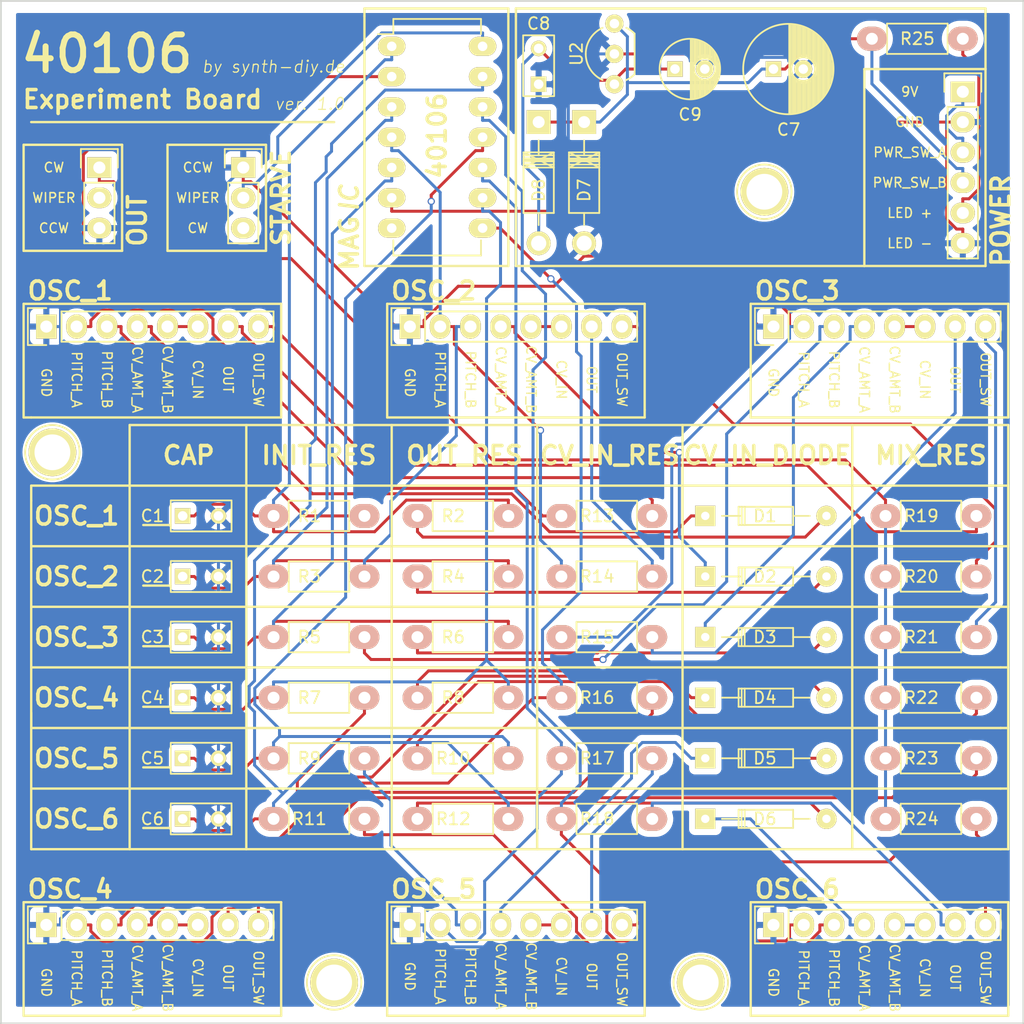
<source format=kicad_pcb>
(kicad_pcb (version 20221018) (generator pcbnew)
  (layers (0 "F.Cu" signal) (31 "B.Cu" signal) (34 "B.Paste" user) (35 "F.Paste" user) (36 "B.SilkS" user "B.Silkscreen") (37 "F.SilkS" user "F.Silkscreen") (38 "B.Mask" user) (39 "F.Mask" user) (44 "Edge.Cuts" user))
  (net 0 "")
  (net 1 "Net-(C1-Pad1)")
  (net 2 "GND")
  (net 3 "Net-(C2-Pad1)")
  (net 4 "Net-(C3-Pad1)")
  (net 5 "Net-(C4-Pad1)")
  (net 6 "Net-(C5-Pad1)")
  (net 7 "Net-(C6-Pad1)")
  (net 8 "Net-(IC1-Pad2)")
  (net 9 "Net-(IC1-Pad4)")
  (net 10 "Net-(IC1-Pad6)")
  (net 11 "Net-(IC1-Pad8)")
  (net 12 "Net-(IC1-Pad10)")
  (net 13 "Net-(IC1-Pad12)")
  (net 14 "Net-(P1-Pad3)")
  (net 15 "Net-(P1-Pad5)")
  (net 16 "Net-(P1-Pad7)")
  (net 17 "Net-(P1-Pad8)")
  (net 18 "Net-(P2-Pad3)")
  (net 19 "Net-(P2-Pad5)")
  (net 20 "Net-(P2-Pad7)")
  (net 21 "Net-(P2-Pad8)")
  (net 22 "Net-(P3-Pad3)")
  (net 23 "Net-(P3-Pad5)")
  (net 24 "Net-(P3-Pad7)")
  (net 25 "Net-(P3-Pad8)")
  (net 26 "Net-(P4-Pad3)")
  (net 27 "Net-(P4-Pad5)")
  (net 28 "Net-(P4-Pad7)")
  (net 29 "Net-(P4-Pad8)")
  (net 30 "Net-(P5-Pad3)")
  (net 31 "Net-(P5-Pad5)")
  (net 32 "Net-(P5-Pad7)")
  (net 33 "Net-(P5-Pad8)")
  (net 34 "Net-(P6-Pad3)")
  (net 35 "Net-(P6-Pad5)")
  (net 36 "Net-(P6-Pad7)")
  (net 37 "Net-(P6-Pad8)")
  (net 38 "Net-(P7-Pad1)")
  (net 39 "Net-(P9-Pad1)")
  (net 40 "Net-(IC1-Pad14)")
  (net 41 "Net-(P7-Pad5)")
  (net 42 "5V")
  (net 43 "Net-(C7-Pad1)")
  (net 44 "Net-(D1-Pad2)")
  (net 45 "Net-(D1-Pad1)")
  (net 46 "Net-(D2-Pad2)")
  (net 47 "Net-(D2-Pad1)")
  (net 48 "Net-(D3-Pad2)")
  (net 49 "Net-(D3-Pad1)")
  (net 50 "Net-(D4-Pad2)")
  (net 51 "Net-(D4-Pad1)")
  (net 52 "Net-(D5-Pad2)")
  (net 53 "Net-(D5-Pad1)")
  (net 54 "Net-(D6-Pad2)")
  (net 55 "Net-(D6-Pad1)")
  (footprint "synth-diy:C_Rect_L4.5_W2.5_P3" (layer "F.Cu") (at 39.37 63.5)
    (fp_text reference "C1")
    (fp_text value "0.1uF" hide)
  )
  (footprint "synth-diy:C_Rect_L4.5_W2.5_P3" (layer "F.Cu") (at 69.215 27.305 90)
    (fp_text reference "C8")
    (fp_text value "0.1uF" hide)
  )
  (footprint "Diodes_ThroughHole:Diode_DO-35_SOD27_Horizontal_RM10" (layer "F.Cu") (at 83.185 63.5)
    (fp_text reference "D1")
    (fp_text value "1N4148" hide)
  )
  (footprint "Diodes_ThroughHole:Diode_DO-41_SOD81_Horizontal_RM10" (layer "F.Cu") (at 73.025 30.48 -90)
    (fp_text reference "D7")
    (fp_text value "1N4004" hide)
  )
  (footprint "Diodes_ThroughHole:Diode_DO-41_SOD81_Horizontal_RM10" (layer "F.Cu") (at 69.215 30.48 -90)
    (fp_text reference "D8")
    (fp_text value "1N4004" hide)
  )
  (footprint "Housings_DIP:DIP-14_W7.62mm_LongPads" (layer "F.Cu") (at 56.896 24.13)
    (fp_text reference "IC1" hide)
    (fp_text value "40106")
  )
  (footprint "synth-diy:Resistor_Horizontal_RM7mm_Wide" (layer "F.Cu") (at 59.055 63.5)
    (fp_text reference "R2")
    (fp_text value "1k" hide)
  )
  (footprint "synth-diy:Resistor_Horizontal_RM7mm_Wide" (layer "F.Cu") (at 71.12 63.5)
    (fp_text reference "R13")
    (fp_text value "1k" hide)
  )
  (footprint "synth-diy:Resistor_Horizontal_RM7mm_Wide" (layer "F.Cu") (at 104.775 23.495 180)
    (fp_text reference "R25")
    (fp_text value "470 Ohm" hide)
  )
  (footprint "synth-diy:C_Rect_L4.5_W2.5_P3" (layer "F.Cu") (at 39.37 68.58)
    (fp_text reference "C2")
    (fp_text value "0.1uF" hide)
  )
  (footprint "synth-diy:C_Rect_L4.5_W2.5_P3" (layer "F.Cu") (at 39.37 73.66)
    (fp_text reference "C3")
    (fp_text value "0.1uF" hide)
  )
  (footprint "synth-diy:C_Rect_L4.5_W2.5_P3" (layer "F.Cu") (at 39.37 78.74)
    (fp_text reference "C4")
    (fp_text value "0.1uF" hide)
  )
  (footprint "synth-diy:C_Rect_L4.5_W2.5_P3" (layer "F.Cu") (at 39.37 83.82)
    (fp_text reference "C5")
    (fp_text value "0.1uF" hide)
  )
  (footprint "synth-diy:C_Rect_L4.5_W2.5_P3" (layer "F.Cu") (at 39.37 88.9)
    (fp_text reference "C6")
    (fp_text value "0.1uF" hide)
  )
  (footprint "Diodes_ThroughHole:Diode_DO-35_SOD27_Horizontal_RM10" (layer "F.Cu") (at 83.185 68.58)
    (fp_text reference "D2")
    (fp_text value "1N4148" hide)
  )
  (footprint "Diodes_ThroughHole:Diode_DO-35_SOD27_Horizontal_RM10" (layer "F.Cu") (at 83.185 73.66)
    (fp_text reference "D3")
    (fp_text value "1N4148" hide)
  )
  (footprint "Diodes_ThroughHole:Diode_DO-35_SOD27_Horizontal_RM10" (layer "F.Cu") (at 83.185 78.74)
    (fp_text reference "D4")
    (fp_text value "1N4148" hide)
  )
  (footprint "Diodes_ThroughHole:Diode_DO-35_SOD27_Horizontal_RM10" (layer "F.Cu") (at 83.185 83.82)
    (fp_text reference "D5")
    (fp_text value "1N4148" hide)
  )
  (footprint "Diodes_ThroughHole:Diode_DO-35_SOD27_Horizontal_RM10" (layer "F.Cu") (at 83.185 88.9)
    (fp_text reference "D6")
    (fp_text value "1N4148" hide)
  )
  (footprint "Pin_Headers:Pin_Header_Straight_1x08" (layer "F.Cu") (at 27.94 47.625 90)
    (fp_text reference "P1" hide)
    (fp_text value "OSC_1")
  )
  (footprint "Pin_Headers:Pin_Header_Straight_1x08" (layer "F.Cu") (at 58.42 47.625 90)
    (fp_text reference "P2" hide)
    (fp_text value "OSC_2")
  )
  (footprint "Pin_Headers:Pin_Header_Straight_1x08" (layer "F.Cu") (at 88.9 47.625 90)
    (fp_text reference "P3" hide)
    (fp_text value "OSC_3")
  )
  (footprint "Pin_Headers:Pin_Header_Straight_1x08" (layer "F.Cu") (at 27.94 97.79 90)
    (fp_text reference "P4" hide)
    (fp_text value "OSC_4")
  )
  (footprint "Pin_Headers:Pin_Header_Straight_1x08" (layer "F.Cu") (at 58.42 97.79 90)
    (fp_text reference "P5" hide)
    (fp_text value "OSC_5")
  )
  (footprint "Pin_Headers:Pin_Header_Straight_1x08" (layer "F.Cu") (at 88.9 97.79 90)
    (fp_text reference "P6" hide)
    (fp_text value "OSC_6")
  )
  (footprint "Pin_Headers:Pin_Header_Straight_1x03" (layer "F.Cu") (at 44.45 34.29)
    (fp_text reference "P8" hide)
    (fp_text value "STARVE")
  )
  (footprint "Pin_Headers:Pin_Header_Straight_1x03" (layer "F.Cu") (at 32.385 34.29)
    (fp_text reference "P9" hide)
    (fp_text value "OUT")
  )
  (footprint "synth-diy:Resistor_Horizontal_RM7mm_Wide" (layer "F.Cu") (at 46.99 63.5)
    (fp_text reference "R1")
    (fp_text value "4.7k" hide)
  )
  (footprint "synth-diy:Resistor_Horizontal_RM7mm_Wide" (layer "F.Cu") (at 46.99 68.58)
    (fp_text reference "R3")
    (fp_text value "4.7k" hide)
  )
  (footprint "synth-diy:Resistor_Horizontal_RM7mm_Wide" (layer "F.Cu") (at 59.055 68.58)
    (fp_text reference "R4")
    (fp_text value "1k" hide)
  )
  (footprint "synth-diy:Resistor_Horizontal_RM7mm_Wide" (layer "F.Cu") (at 46.99 73.66)
    (fp_text reference "R5")
    (fp_text value "4.7k" hide)
  )
  (footprint "synth-diy:Resistor_Horizontal_RM7mm_Wide" (layer "F.Cu") (at 59.055 73.66)
    (fp_text reference "R6")
    (fp_text value "1k" hide)
  )
  (footprint "synth-diy:Resistor_Horizontal_RM7mm_Wide" (layer "F.Cu") (at 46.99 78.74)
    (fp_text reference "R7")
    (fp_text value "4.7k" hide)
  )
  (footprint "synth-diy:Resistor_Horizontal_RM7mm_Wide" (layer "F.Cu") (at 59.055 78.74)
    (fp_text reference "R8")
    (fp_text value "1k" hide)
  )
  (footprint "synth-diy:Resistor_Horizontal_RM7mm_Wide" (layer "F.Cu") (at 46.99 83.82)
    (fp_text reference "R9")
    (fp_text value "4.7k" hide)
  )
  (footprint "synth-diy:Resistor_Horizontal_RM7mm_Wide" (layer "F.Cu") (at 59.055 83.82)
    (fp_text reference "R10")
    (fp_text value "1k" hide)
  )
  (footprint "synth-diy:Resistor_Horizontal_RM7mm_Wide" (layer "F.Cu") (at 46.99 88.9)
    (fp_text reference "R11")
    (fp_text value "4.7k" hide)
  )
  (footprint "synth-diy:Resistor_Horizontal_RM7mm_Wide" (layer "F.Cu") (at 59.055 88.9)
    (fp_text reference "R12")
    (fp_text value "1k" hide)
  )
  (footprint "synth-diy:Resistor_Horizontal_RM7mm_Wide" (layer "F.Cu") (at 71.12 68.58)
    (fp_text reference "R14")
    (fp_text value "1k" hide)
  )
  (footprint "synth-diy:Resistor_Horizontal_RM7mm_Wide" (layer "F.Cu") (at 71.12 73.66)
    (fp_text reference "R15")
    (fp_text value "1k" hide)
  )
  (footprint "synth-diy:Resistor_Horizontal_RM7mm_Wide" (layer "F.Cu") (at 71.12 78.74)
    (fp_text reference "R16")
    (fp_text value "1k" hide)
  )
  (footprint "synth-diy:Resistor_Horizontal_RM7mm_Wide" (layer "F.Cu") (at 71.12 83.82)
    (fp_text reference "R17")
    (fp_text value "1k" hide)
  )
  (footprint "synth-diy:Resistor_Horizontal_RM7mm_Wide" (layer "F.Cu") (at 71.12 88.9)
    (fp_text reference "R18")
    (fp_text value "1k" hide)
  )
  (footprint "synth-diy:Resistor_Horizontal_RM7mm_Wide" (layer "F.Cu") (at 98.298 63.5)
    (fp_text reference "R19")
    (fp_text value "100k" hide)
  )
  (footprint "synth-diy:Resistor_Horizontal_RM7mm_Wide" (layer "F.Cu") (at 98.298 68.58)
    (fp_text reference "R20")
    (fp_text value "100k" hide)
  )
  (footprint "synth-diy:Resistor_Horizontal_RM7mm_Wide" (layer "F.Cu") (at 98.298 73.66)
    (fp_text reference "R21")
    (fp_text value "100k" hide)
  )
  (footprint "synth-diy:Resistor_Horizontal_RM7mm_Wide" (layer "F.Cu") (at 98.298 78.74)
    (fp_text reference "R22")
    (fp_text value "100k" hide)
  )
  (footprint "synth-diy:Resistor_Horizontal_RM7mm_Wide" (layer "F.Cu") (at 98.298 83.82)
    (fp_text reference "R23")
    (fp_text value "100k" hide)
  )
  (footprint "synth-diy:Resistor_Horizontal_RM7mm_Wide" (layer "F.Cu") (at 98.298 88.9)
    (fp_text reference "R24")
    (fp_text value "100k" hide)
  )
  (footprint "Pin_Headers:Pin_Header_Straight_1x06" (layer "F.Cu") (at 104.775 27.94)
    (fp_text reference "P7" hide)
    (fp_text value "POWER")
  )
  (footprint "TO_SOT_Packages_THT:TO-92_Inline_Wide" (layer "F.Cu") (at 75.565 27.305 90)
    (fp_text reference "U2")
    (fp_text value "78L05" hide)
  )
  (footprint "Capacitors_ThroughHole:C_Radial_D7.5_L11.2_P2.5" (layer "F.Cu") (at 88.9 26.035)
    (fp_text reference "C7")
    (fp_text value "220uF" hide)
  )
  (footprint "Capacitors_ThroughHole:C_Radial_D5_L11_P2.5" (layer "F.Cu") (at 80.645 26.035)
    (fp_text reference "C9")
    (fp_text value "47uF" hide)
  )
  (footprint "Connect:1pin" (layer "F.Cu") (at 82.804 102.616)
    (fp_text reference "H1" hide)
    (fp_text value "1pin" hide)
  )
  (footprint "Connect:1pin" (layer "F.Cu") (at 52.07 102.616)
    (fp_text reference "H2" hide)
    (fp_text value "1pin" hide)
  )
  (footprint "Connect:1pin" (layer "F.Cu") (at 88.138 36.322)
    (fp_text reference "H3" hide)
    (fp_text value "1pin" hide)
  )
  (footprint "Connect:1pin" (layer "F.Cu") (at 28.448 58.166)
    (fp_text reference "H4" hide)
    (fp_text value "1pin" hide)
  )
  (gr_line (start 47.625 55.245) (end 26.67 55.245) (stroke (width 0.2)) (layer "F.SilkS"))
  (gr_line (start 106.68 21.59) (end 106.68 26.035) (stroke (width 0.2)) (layer "F.SilkS"))
  (gr_line (start 38.1 41.275) (end 46.355 41.275) (stroke (width 0.2)) (layer "F.SilkS"))
  (gr_line (start 54.61 20.955) (end 66.675 20.955) (stroke (width 0.2)) (layer "F.SilkS"))
  (gr_line (start 78.105 45.72) (end 78.105 54.61) (stroke (width 0.2)) (layer "F.SilkS"))
  (gr_line (start 67.31 42.545) (end 67.31 21.59) (stroke (width 0.2)) (layer "F.SilkS"))
  (gr_line (start 34.29 32.385) (end 26.035 32.385) (stroke (width 0.2)) (layer "F.SilkS"))
  (gr_line (start 54.61 21.59) (end 54.61 20.955) (stroke (width 0.2)) (layer "F.SilkS"))
  (gr_line (start 107.95 81.28) (end 26.67 81.28) (stroke (width 0.2)) (layer "F.SilkS"))
  (gr_line (start 108.585 60.96) (end 108.585 66.04) (stroke (width 0.2)) (layer "F.SilkS"))
  (gr_line (start 95.504 55.88) (end 95.504 91.44) (stroke (width 0.2)) (layer "F.SilkS"))
  (gr_line (start 26.035 105.41) (end 26.035 95.885) (stroke (width 0.2)) (layer "F.SilkS"))
  (gr_line (start 26.67 86.36) (end 107.95 86.36) (stroke (width 0.2)) (layer "F.SilkS"))
  (gr_line (start 34.29 41.275) (end 34.29 32.385) (stroke (width 0.2)) (layer "F.SilkS"))
  (gr_line (start 36.068 64.262) (end 38.354 64.262) (stroke (width 0.2)) (layer "F.SilkS"))
  (gr_line (start 106.68 26.035) (end 106.68 42.545) (stroke (width 0.2)) (layer "F.SilkS"))
  (gr_line (start 106.68 20.955) (end 106.68 21.59) (stroke (width 0.2)) (layer "F.SilkS"))
  (gr_line (start 56.515 45.72) (end 78.105 45.72) (stroke (width 0.2)) (layer "F.SilkS"))
  (gr_line (start 86.995 105.41) (end 86.995 95.885) (stroke (width 0.2)) (layer "F.SilkS"))
  (gr_line (start 108.585 55.245) (end 86.995 55.245) (stroke (width 0.2)) (layer "F.SilkS"))
  (gr_line (start 108.585 95.885) (end 108.585 105.41) (stroke (width 0.2)) (layer "F.SilkS"))
  (gr_line (start 36.068 79.502) (end 38.354 79.502) (stroke (width 0.2)) (layer "F.SilkS"))
  (gr_line (start 26.035 41.275) (end 34.29 41.275) (stroke (width 0.2)) (layer "F.SilkS"))
  (gr_line (start 96.52 42.545) (end 96.52 26.035) (stroke (width 0.2)) (layer "F.SilkS"))
  (gr_line (start 107.95 76.2) (end 108.585 76.2) (stroke (width 0.2)) (layer "F.SilkS"))
  (gr_line (start 34.925 60.96) (end 34.925 91.44) (stroke (width 0.2)) (layer "F.SilkS"))
  (gr_line (start 26.67 30.48) (end 52.07 30.48) (stroke (width 0.2)) (layer "F.SilkS"))
  (gr_line (start 26.67 55.245) (end 26.035 55.245) (stroke (width 0.2)) (layer "F.SilkS"))
  (gr_line (start 26.67 62.23) (end 26.67 66.04) (stroke (width 0.2)) (layer "F.SilkS"))
  (gr_line (start 36.068 74.422) (end 38.354 74.422) (stroke (width 0.2)) (layer "F.SilkS"))
  (gr_line (start 26.67 81.28) (end 26.67 80.01) (stroke (width 0.2)) (layer "F.SilkS"))
  (gr_line (start 34.925 60.96) (end 34.925 55.88) (stroke (width 0.2)) (layer "F.SilkS"))
  (gr_line (start 78.105 54.61) (end 78.105 55.245) (stroke (width 0.2)) (layer "F.SilkS"))
  (gr_line (start 26.67 67.31) (end 26.67 71.12) (stroke (width 0.2)) (layer "F.SilkS"))
  (gr_line (start 78.105 105.41) (end 56.515 105.41) (stroke (width 0.2)) (layer "F.SilkS"))
  (gr_line (start 96.52 26.035) (end 106.68 26.035) (stroke (width 0.2)) (layer "F.SilkS"))
  (gr_line (start 56.515 95.885) (end 78.105 95.885) (stroke (width 0.2)) (layer "F.SilkS"))
  (gr_line (start 26.035 55.245) (end 26.035 45.72) (stroke (width 0.2)) (layer "F.SilkS"))
  (gr_line (start 56.515 105.41) (end 56.515 95.885) (stroke (width 0.2)) (layer "F.SilkS"))
  (gr_line (start 78.105 55.245) (end 56.515 55.245) (stroke (width 0.2)) (layer "F.SilkS"))
  (gr_line (start 107.95 71.12) (end 108.585 71.12) (stroke (width 0.2)) (layer "F.SilkS"))
  (gr_line (start 78.105 95.885) (end 78.105 105.41) (stroke (width 0.2)) (layer "F.SilkS"))
  (gr_line (start 86.995 95.885) (end 108.585 95.885) (stroke (width 0.2)) (layer "F.SilkS"))
  (gr_line (start 26.035 32.385) (end 26.035 41.275) (stroke (width 0.2)) (layer "F.SilkS"))
  (gr_line (start 81.28 55.88) (end 81.28 91.44) (stroke (width 0.2)) (layer "F.SilkS"))
  (gr_line (start 26.67 91.44) (end 26.67 71.12) (stroke (width 0.2)) (layer "F.SilkS"))
  (gr_line (start 66.675 20.955) (end 66.675 21.59) (stroke (width 0.2)) (layer "F.SilkS"))
  (gr_line (start 54.61 21.59) (end 54.61 42.545) (stroke (width 0.2)) (layer "F.SilkS"))
  (gr_line (start 46.355 41.275) (end 46.355 32.385) (stroke (width 0.2)) (layer "F.SilkS"))
  (gr_line (start 67.31 21.59) (end 67.31 20.955) (stroke (width 0.2)) (layer "F.SilkS"))
  (gr_line (start 69.088 55.88) (end 69.088 91.44) (stroke (width 0.2)) (layer "F.SilkS"))
  (gr_line (start 86.995 45.72) (end 108.585 45.72) (stroke (width 0.2)) (layer "F.SilkS"))
  (gr_line (start 46.355 32.385) (end 38.1 32.385) (stroke (width 0.2)) (layer "F.SilkS"))
  (gr_line (start 108.585 81.28) (end 107.95 81.28) (stroke (width 0.2)) (layer "F.SilkS"))
  (gr_line (start 26.67 76.2) (end 107.95 76.2) (stroke (width 0.2)) (layer "F.SilkS"))
  (gr_line (start 36.068 84.582) (end 38.354 84.582) (stroke (width 0.2)) (layer "F.SilkS"))
  (gr_line (start 108.585 105.41) (end 86.995 105.41) (stroke (width 0.2)) (layer "F.SilkS"))
  (gr_line (start 26.67 60.96) (end 26.67 62.23) (stroke (width 0.2)) (layer "F.SilkS"))
  (gr_line (start 67.31 20.955) (end 106.68 20.955) (stroke (width 0.2)) (layer "F.SilkS"))
  (gr_line (start 107.95 91.44) (end 26.67 91.44) (stroke (width 0.2)) (layer "F.SilkS"))
  (gr_line (start 47.625 95.885) (end 47.625 105.41) (stroke (width 0.2)) (layer "F.SilkS"))
  (gr_line (start 107.95 55.88) (end 108.585 55.88) (stroke (width 0.2)) (layer "F.SilkS"))
  (gr_line (start 26.67 66.04) (end 107.95 66.04) (stroke (width 0.2)) (layer "F.SilkS"))
  (gr_line (start 54.61 42.545) (end 66.675 42.545) (stroke (width 0.2)) (layer "F.SilkS"))
  (gr_line (start 66.675 42.545) (end 66.675 21.59) (stroke (width 0.2)) (layer "F.SilkS"))
  (gr_line (start 44.704 55.88) (end 44.704 91.44) (stroke (width 0.2)) (layer "F.SilkS"))
  (gr_line (start 36.068 89.662) (end 38.354 89.662) (stroke (width 0.2)) (layer "F.SilkS"))
  (gr_line (start 108.585 91.44) (end 107.95 91.44) (stroke (width 0.2)) (layer "F.SilkS"))
  (gr_line (start 56.896 55.88) (end 56.896 91.44) (stroke (width 0.2)) (layer "F.SilkS"))
  (gr_line (start 26.035 45.72) (end 47.625 45.72) (stroke (width 0.2)) (layer "F.SilkS"))
  (gr_line (start 106.68 42.545) (end 96.52 42.545) (stroke (width 0.2)) (layer "F.SilkS"))
  (gr_line (start 108.585 55.88) (end 108.585 91.44) (stroke (width 0.2)) (layer "F.SilkS"))
  (gr_line (start 38.354 79.502) (end 38.354 79.756) (stroke (width 0.2)) (layer "F.SilkS"))
  (gr_line (start 47.625 105.41) (end 26.035 105.41) (stroke (width 0.2)) (layer "F.SilkS"))
  (gr_line (start 107.95 86.36) (end 108.585 86.36) (stroke (width 0.2)) (layer "F.SilkS"))
  (gr_line (start 47.625 45.72) (end 47.625 55.245) (stroke (width 0.2)) (layer "F.SilkS"))
  (gr_line (start 36.068 69.342) (end 38.354 69.342) (stroke (width 0.2)) (layer "F.SilkS"))
  (gr_line (start 107.95 60.96) (end 26.67 60.96) (stroke (width 0.2)) (layer "F.SilkS"))
  (gr_line (start 96.52 42.545) (end 67.31 42.545) (stroke (width 0.2)) (layer "F.SilkS"))
  (gr_line (start 26.67 71.12) (end 107.95 71.12) (stroke (width 0.2)) (layer "F.SilkS"))
  (gr_line (start 108.585 45.72) (end 108.585 55.245) (stroke (width 0.2)) (layer "F.SilkS"))
  (gr_line (start 107.95 60.96) (end 108.585 60.96) (stroke (width 0.2)) (layer "F.SilkS"))
  (gr_line (start 34.925 55.88) (end 107.95 55.88) (stroke (width 0.2)) (layer "F.SilkS"))
  (gr_line (start 38.1 32.385) (end 38.1 41.275) (stroke (width 0.2)) (layer "F.SilkS"))
  (gr_line (start 26.035 95.885) (end 47.625 95.885) (stroke (width 0.2)) (layer "F.SilkS"))
  (gr_line (start 56.515 55.245) (end 56.515 45.72) (stroke (width 0.2)) (layer "F.SilkS"))
  (gr_line (start 86.995 55.245) (end 86.995 45.72) (stroke (width 0.2)) (layer "F.SilkS"))
  (gr_line (start 26.67 67.31) (end 26.67 66.04) (stroke (width 0.2)) (layer "F.SilkS"))
  (gr_line (start 107.95 66.04) (end 108.585 66.04) (stroke (width 0.2)) (layer "F.SilkS"))
  (gr_line (start 109.855 20.32) (end 24.13 20.32) (stroke (width 0.15)) (layer "Edge.Cuts"))
  (gr_line (start 24.13 106.045) (end 109.855 106.045) (stroke (width 0.15)) (layer "Edge.Cuts"))
  (gr_line (start 109.855 106.045) (end 109.855 20.32) (stroke (width 0.15)) (layer "Edge.Cuts"))
  (gr_line (start 24.13 20.32) (end 24.13 106.045) (stroke (width 0.15)) (layer "Edge.Cuts"))
  (gr_text "OUT_RES" (at 62.992 58.42) (layer "F.SilkS") (effects (font (size 1.5 1.5) (thickness 0.3))))
  (gr_text "GND" (at 58.42 102.108 270) (layer "F.SilkS") (effects (font (size 0.8 0.8) (thickness 0.125))))
  (gr_text "PWR_SW_B" (at 100.33 35.56) (layer "F.SilkS") (effects (font (size 0.8 0.8) (thickness 0.125))))
  (gr_text "CV_AMT_A" (at 35.56 102.235 270) (layer "F.SilkS") (effects (font (size 0.8 0.8) (thickness 0.125))))
  (gr_text "GND" (at 27.94 102.616 270) (layer "F.SilkS") (effects (font (size 0.8 0.8) (thickness 0.125))))
  (gr_text "9V" (at 100.33 27.94) (layer "F.SilkS") (effects (font (size 0.8 0.8) (thickness 0.125))))
  (gr_text "PITCH_B" (at 63.5 102.108 270) (layer "F.SilkS") (effects (font (size 0.8 0.8) (thickness 0.125))))
  (gr_text "OUT" (at 73.66 102.108 270) (layer "F.SilkS") (effects (font (size 0.8 0.8) (thickness 0.125))))
  (gr_text "OUT_SW" (at 45.72 52.07 270) (layer "F.SilkS") (effects (font (size 0.8 0.8) (thickness 0.125))))
  (gr_text "GND" (at 58.42 52.324 270) (layer "F.SilkS") (effects (font (size 0.8 0.8) (thickness 0.125))))
  (gr_text "OSC_2" (at 30.48 68.58) (layer "F.SilkS") (effects (font (size 1.5 1.5) (thickness 0.3))))
  (gr_text "PITCH_B" (at 33.02 52.07 270) (layer "F.SilkS") (effects (font (size 0.8 0.8) (thickness 0.125))))
  (gr_text "by synth-diy.de" (at 46.99 25.835) (layer "F.SilkS") (effects (font (size 1 1) (thickness 0.1) italic)))
  (gr_text "CV_IN" (at 101.6 52.07 270) (layer "F.SilkS") (effects (font (size 0.8 0.8) (thickness 0.125))))
  (gr_text "PITCH_B" (at 93.98 102.235 270) (layer "F.SilkS") (effects (font (size 0.8 0.8) (thickness 0.125))))
  (gr_text "OUT_SW" (at 106.68 102.235 270) (layer "F.SilkS") (effects (font (size 0.8 0.8) (thickness 0.125))))
  (gr_text "CV_AMT_A" (at 96.52 102.235 270) (layer "F.SilkS") (effects (font (size 0.8 0.8) (thickness 0.125))))
  (gr_text "LED +" (at 100.33 38.1) (layer "F.SilkS") (effects (font (size 0.8 0.8) (thickness 0.125))))
  (gr_text "OUT" (at 43.18 52.07 270) (layer "F.SilkS") (effects (font (size 0.8 0.8) (thickness 0.125))))
  (gr_text "CV_AMT_B" (at 68.58 102.108 270) (layer "F.SilkS") (effects (font (size 0.8 0.8) (thickness 0.125))))
  (gr_text "PITCH_A" (at 91.44 102.235 270) (layer "F.SilkS") (effects (font (size 0.8 0.8) (thickness 0.125))))
  (gr_text "CV_IN_DIODE" (at 88.392 58.42) (layer "F.SilkS") (effects (font (size 1.5 1.5) (thickness 0.3))))
  (gr_text "PITCH_B" (at 63.5 52.07 270) (layer "F.SilkS") (effects (font (size 0.8 0.8) (thickness 0.125))))
  (gr_text "OUT" (at 104.14 52.07 270) (layer "F.SilkS") (effects (font (size 0.8 0.8) (thickness 0.125))))
  (gr_text "GND" (at 88.9 52.324 270) (layer "F.SilkS") (effects (font (size 0.8 0.8) (thickness 0.125))))
  (gr_text "OUT" (at 43.18 102.235 270) (layer "F.SilkS") (effects (font (size 0.8 0.8) (thickness 0.125))))
  (gr_text "WIPER" (at 40.64 36.83) (layer "F.SilkS") (effects (font (size 0.8 0.8) (thickness 0.125))))
  (gr_text "PWR_SW_A" (at 100.33 33.02) (layer "F.SilkS") (effects (font (size 0.8 0.8) (thickness 0.125))))
  (gr_text "GND" (at 88.9 102.616 270) (layer "F.SilkS") (effects (font (size 0.8 0.8) (thickness 0.125))))
  (gr_text "CV_AMT_B" (at 99.06 102.235 270) (layer "F.SilkS") (effects (font (size 0.8 0.8) (thickness 0.125))))
  (gr_text "OSC_4" (at 30.48 78.74) (layer "F.SilkS") (effects (font (size 1.5 1.5) (thickness 0.3))))
  (gr_text "CV_IN" (at 71.12 52.07 270) (layer "F.SilkS") (effects (font (size 0.8 0.8) (thickness 0.125))))
  (gr_text "CV_AMT_A" (at 96.52 52.07 270) (layer "F.SilkS") (effects (font (size 0.8 0.8) (thickness 0.125))))
  (gr_text "CV_AMT_A" (at 66.04 102.108 270) (layer "F.SilkS") (effects (font (size 0.8 0.8) (thickness 0.125))))
  (gr_text "CV_AMT_A" (at 35.56 52.07 270) (layer "F.SilkS") (effects (font (size 0.8 0.8) (thickness 0.125))))
  (gr_text "CV_AMT_B" (at 68.58 52.07 270) (layer "F.SilkS") (effects (font (size 0.8 0.8) (thickness 0.125))))
  (gr_text "OSC_5" (at 30.48 83.82) (layer "F.SilkS") (effects (font (size 1.5 1.5) (thickness 0.3))))
  (gr_text "CV_AMT_B" (at 99.06 52.07 270) (layer "F.SilkS") (effects (font (size 0.8 0.8) (thickness 0.125))))
  (gr_text "MAG" (at 53.34 40.64 90) (layer "F.SilkS") (effects (font (size 1.5 1.5) (thickness 0.3))))
  (gr_text "INIT_RES" (at 50.8 58.42) (layer "F.SilkS") (effects (font (size 1.5 1.5) (thickness 0.3))))
  (gr_text "ver. 1.0" (at 50.038 28.956) (layer "F.SilkS") (effects (font (size 1 1) (thickness 0.1) italic)))
  (gr_text "CV_IN" (at 40.64 52.07 270) (layer "F.SilkS") (effects (font (size 0.8 0.8) (thickness 0.125))))
  (gr_text "OSC_1" (at 30.48 63.5) (layer "F.SilkS") (effects (font (size 1.5 1.5) (thickness 0.3))))
  (gr_text "WIPER" (at 28.575 36.83) (layer "F.SilkS") (effects (font (size 0.8 0.8) (thickness 0.125))))
  (gr_text "OUT_SW" (at 45.72 102.235 270) (layer "F.SilkS") (effects (font (size 0.8 0.8) (thickness 0.125))))
  (gr_text "IC" (at 53.34 36.83 90) (layer "F.SilkS") (effects (font (size 1.5 1.5) (thickness 0.3) italic)))
  (gr_text "PITCH_A" (at 91.44 52.07 270) (layer "F.SilkS") (effects (font (size 0.8 0.8) (thickness 0.125))))
  (gr_text "40106" (at 33.02 24.765) (layer "F.SilkS") (effects (font (size 3 3) (thickness 0.5))))
  (gr_text "OSC_6" (at 30.48 88.9) (layer "F.SilkS") (effects (font (size 1.5 1.5) (thickness 0.3))))
  (gr_text "CV_IN" (at 40.64 102.235 270) (layer "F.SilkS") (effects (font (size 0.8 0.8) (thickness 0.125))))
  (gr_text "OUT_SW" (at 76.2 52.07 270) (layer "F.SilkS") (effects (font (size 0.8 0.8) (thickness 0.125))))
  (gr_text "CV_IN" (at 71.12 102.108 270) (layer "F.SilkS") (effects (font (size 0.8 0.8) (thickness 0.125))))
  (gr_text "PITCH_A" (at 60.96 102.108 270) (layer "F.SilkS") (effects (font (size 0.8 0.8) (thickness 0.125))))
  (gr_text "GND" (at 27.94 52.324 270) (layer "F.SilkS") (effects (font (size 0.8 0.8) (thickness 0.125))))
  (gr_text "CV_IN_RES" (at 75.184 58.42) (layer "F.SilkS") (effects (font (size 1.5 1.5) (thickness 0.3))))
  (gr_text "MIX_RES" (at 102.108 58.42) (layer "F.SilkS") (effects (font (size 1.5 1.5) (thickness 0.3))))
  (gr_text "OUT" (at 104.14 102.235 270) (layer "F.SilkS") (effects (font (size 0.8 0.8) (thickness 0.125))))
  (gr_text "PITCH_B" (at 33.02 102.235 270) (layer "F.SilkS") (effects (font (size 0.8 0.8) (thickness 0.125))))
  (gr_text "PITCH_A" (at 30.48 102.235 270) (layer "F.SilkS") (effects (font (size 0.8 0.8) (thickness 0.125))))
  (gr_text "CW" (at 40.64 39.37) (layer "F.SilkS") (effects (font (size 0.8 0.8) (thickness 0.125))))
  (gr_text "CCW" (at 40.64 34.29) (layer "F.SilkS") (effects (font (size 0.8 0.8) (thickness 0.125))))
  (gr_text "OSC_3" (at 30.48 73.66) (layer "F.SilkS") (effects (font (size 1.5 1.5) (thickness 0.3))))
  (gr_text "CCW" (at 28.575 39.37) (layer "F.SilkS") (effects (font (size 0.8 0.8) (thickness 0.125))))
  (gr_text "PITCH_A" (at 30.48 52.07 270) (layer "F.SilkS") (effects (font (size 0.8 0.8) (thickness 0.125))))
  (gr_text "OUT_SW" (at 76.2 102.362 270) (layer "F.SilkS") (effects (font (size 0.8 0.8) (thickness 0.125))))
  (gr_text "OUT" (at 73.66 52.07 270) (layer "F.SilkS") (effects (font (size 0.8 0.8) (thickness 0.125))))
  (gr_text "PITCH_B" (at 93.98 52.07 270) (layer "F.SilkS") (effects (font (size 0.8 0.8) (thickness 0.125))))
  (gr_text "PITCH_A" (at 60.96 52.07 270) (layer "F.SilkS") (effects (font (size 0.8 0.8) (thickness 0.125))))
  (gr_text "CV_AMT_A" (at 66.04 52.07 270) (layer "F.SilkS") (effects (font (size 0.8 0.8) (thickness 0.125))))
  (gr_text "Experiment Board" (at 36 28.575) (layer "F.SilkS") (effects (font (size 1.5 1.5) (thickness 0.3))))
  (gr_text "CW" (at 28.575 34.29) (layer "F.SilkS") (effects (font (size 0.8 0.8) (thickness 0.125))))
  (gr_text "OUT_SW" (at 106.68 52.07 270) (layer "F.SilkS") (effects (font (size 0.8 0.8) (thickness 0.125))))
  (gr_text "CV_AMT_B" (at 38.1 102.235 270) (layer "F.SilkS") (effects (font (size 0.8 0.8) (thickness 0.125))))
  (gr_text "CV_AMT_B" (at 38.1 52.07 270) (layer "F.SilkS") (effects (font (size 0.8 0.8) (thickness 0.125))))
  (gr_text "LED -" (at 100.33 40.64) (layer "F.SilkS") (effects (font (size 0.8 0.8) (thickness 0.125))))
  (gr_text "GND" (at 100.33 30.48) (layer "F.SilkS") (effects (font (size 0.8 0.8) (thickness 0.125))))
  (gr_text "CV_IN" (at 101.6 102.235 270) (layer "F.SilkS") (effects (font (size 0.8 0.8) (thickness 0.125))))
  (gr_text "CAP" (at 39.878 58.42) (layer "F.SilkS") (effects (font (size 1.5 1.5) (thickness 0.3))))
  (segment (start 66.675 63.5) (end 66.675 62.1747) (width 0.25) (layer "F.Cu") (net 1))
  (segment (start 58.1177 62.1747) (end 55.4671 64.8253) (width 0.25) (layer "F.Cu") (net 1))
  (segment (start 55.4671 64.8253) (end 46.99 64.8253) (width 0.25) (layer "F.Cu") (net 1))
  (segment (start 40.3453 63.5) (end 41.3206 62.5247) (width 0.25) (layer "F.Cu") (net 1))
  (segment (start 45.4147 63.5) (end 46.99 63.5) (width 0.25) (layer "F.Cu") (net 1))
  (segment (start 44.4394 62.5247) (end 45.4147 63.5) (width 0.25) (layer "F.Cu") (net 1))
  (segment (start 46.99 64.8253) (end 46.99 63.5) (width 0.25) (layer "F.Cu") (net 1))
  (segment (start 39.37 63.5) (end 40.3453 63.5) (width 0.25) (layer "F.Cu") (net 1))
  (segment (start 66.675 62.1747) (end 58.1177 62.1747) (width 0.25) (layer "F.Cu") (net 1))
  (segment (start 41.3206 62.5247) (end 44.4394 62.5247) (width 0.25) (layer "F.Cu") (net 1))
  (segment (start 56.896 25.2553) (end 56.896 24.13) (width 0.25) (layer "B.Cu") (net 1))
  (segment (start 46.99 63.5) (end 46.99 62.1747) (width 0.25) (layer "B.Cu") (net 1))
  (segment (start 56.3333 25.2553) (end 56.896 25.2553) (width 0.25) (layer "B.Cu") (net 1))
  (segment (start 48.3153 60.8494) (end 48.3153 33.2733) (width 0.25) (layer "B.Cu") (net 1))
  (segment (start 46.99 62.1747) (end 48.3153 60.8494) (width 0.25) (layer "B.Cu") (net 1))
  (segment (start 48.3153 33.2733) (end 56.3333 25.2553) (width 0.25) (layer "B.Cu") (net 1))
  (segment (start 103.427 30.48) (end 104.775 30.48) (width 0.25) (layer "F.Cu") (net 2))
  (segment (start 58.42 47.625) (end 59.6089 47.625) (width 0.25) (layer "F.Cu") (net 2))
  (segment (start 57.2311 47.625) (end 45.085 35.4789) (width 0.25) (layer "F.Cu") (net 2))
  (segment (start 81.8031 41.717) (end 87.7111 47.625) (width 0.25) (layer "F.Cu") (net 2))
  (segment (start 44.45 35.4789) (end 44.45 34.29) (width 0.25) (layer "F.Cu") (net 2))
  (segment (start 73.0275 41.717) (end 81.8031 41.717) (width 0.25) (layer "F.Cu") (net 2))
  (segment (start 81.875 24.765) (end 83.145 26.035) (width 0.25) (layer "F.Cu") (net 2))
  (segment (start 58.42 47.625) (end 57.2311 47.625) (width 0.25) (layer "F.Cu") (net 2))
  (segment (start 59.6089 47.625) (end 59.6089 47.1049) (width 0.25) (layer "F.Cu") (net 2))
  (segment (start 62.4688 44.245) (end 70.4995 44.245) (width 0.25) (layer "F.Cu") (net 2))
  (segment (start 87.7111 47.625) (end 88.9 47.625) (width 0.25) (layer "F.Cu") (net 2))
  (segment (start 104.775 39.4511) (end 104.255 39.4511) (width 0.25) (layer "F.Cu") (net 2))
  (segment (start 70.4995 44.245) (end 73.0275 41.717) (width 0.25) (layer "F.Cu") (net 2))
  (segment (start 103.427 38.6228) (end 103.427 30.48) (width 0.25) (layer "F.Cu") (net 2))
  (segment (start 104.255 39.4511) (end 103.427 38.6228) (width 0.25) (layer "F.Cu") (net 2))
  (segment (start 104.775 40.64) (end 104.775 39.4511) (width 0.25) (layer "F.Cu") (net 2))
  (segment (start 91.4 26.035) (end 95.845 30.48) (width 0.25) (layer "F.Cu") (net 2))
  (segment (start 45.085 35.4789) (end 44.45 35.4789) (width 0.25) (layer "F.Cu") (net 2))
  (segment (start 75.565 24.765) (end 81.875 24.765) (width 0.25) (layer "F.Cu") (net 2))
  (segment (start 73.0275 41.717) (end 73.0275 40.64) (width 0.25) (layer "F.Cu") (net 2))
  (segment (start 95.845 30.48) (end 103.427 30.48) (width 0.25) (layer "F.Cu") (net 2))
  (segment (start 59.6089 47.1049) (end 62.4688 44.245) (width 0.25) (layer "F.Cu") (net 2))
  (segment (start 52.6181 93.177) (end 42.37 93.177) (width 0.25) (layer "B.Cu") (net 2))
  (segment (start 32.385 39.37) (end 32.385 40.5589) (width 0.25) (layer "B.Cu") (net 2))
  (segment (start 29.1289 47.625) (end 29.1289 50.2589) (width 0.25) (layer "B.Cu") (net 2))
  (segment (start 42.37 68.58) (end 42.37 63.5) (width 0.25) (layer "B.Cu") (net 2))
  (segment (start 42.37 93.177) (end 42.37 88.9) (width 0.25) (layer "B.Cu") (net 2))
  (segment (start 42.37 93.177) (end 33.2218 93.177) (width 0.25) (layer "B.Cu") (net 2))
  (segment (start 42.37 78.74) (end 42.37 83.82) (width 0.25) (layer "B.Cu") (net 2))
  (segment (start 32.385 40.5589) (end 29.1289 43.815) (width 0.25) (layer "B.Cu") (net 2))
  (segment (start 27.94 47.625) (end 29.1289 47.625) (width 0.25) (layer "B.Cu") (net 2))
  (segment (start 85.8692 99.6319) (end 87.7111 97.79) (width 0.25) (layer "B.Cu") (net 2))
  (segment (start 60.9307 99.6319) (end 85.8692 99.6319) (width 0.25) (layer "B.Cu") (net 2))
  (segment (start 90.4246 25.0596) (end 91.4 26.035) (width 0.25) (layer "B.Cu") (net 2))
  (segment (start 29.1289 97.2699) (end 29.1289 97.79) (width 0.25) (layer "B.Cu") (net 2))
  (segment (start 57.2311 97.79) (end 52.6181 93.177) (width 0.25) (layer "B.Cu") (net 2))
  (segment (start 42.37 83.82) (end 42.37 88.9) (width 0.25) (layer "B.Cu") (net 2))
  (segment (start 71.7026 28.8173) (end 70.1903 27.305) (width 0.25) (layer "B.Cu") (net 2))
  (segment (start 58.42 97.79) (end 57.2311 97.79) (width 0.25) (layer "B.Cu") (net 2))
  (segment (start 42.37 73.66) (end 42.37 68.58) (width 0.25) (layer "B.Cu") (net 2))
  (segment (start 73.0275 40.64) (end 71.7026 39.3151) (width 0.25) (layer "B.Cu") (net 2))
  (segment (start 59.6089 98.3101) (end 60.9307 99.6319) (width 0.25) (layer "B.Cu") (net 2))
  (segment (start 39.37 39.37) (end 32.385 39.37) (width 0.25) (layer "B.Cu") (net 2))
  (segment (start 29.1289 97.79) (end 27.94 97.79) (width 0.25) (layer "B.Cu") (net 2))
  (segment (start 29.1289 43.815) (end 29.1289 47.625) (width 0.25) (layer "B.Cu") (net 2))
  (segment (start 84.1204 25.0596) (end 90.4246 25.0596) (width 0.25) (layer "B.Cu") (net 2))
  (segment (start 83.145 26.035) (end 84.1204 25.0596) (width 0.25) (layer "B.Cu") (net 2))
  (segment (start 33.2218 93.177) (end 29.1289 97.2699) (width 0.25) (layer "B.Cu") (net 2))
  (segment (start 75.565 24.765) (end 72.7303 24.765) (width 0.25) (layer "B.Cu") (net 2))
  (segment (start 72.7303 24.765) (end 70.1903 27.305) (width 0.25) (layer "B.Cu") (net 2))
  (segment (start 29.1289 50.2589) (end 42.37 63.5) (width 0.25) (layer "B.Cu") (net 2))
  (segment (start 42.37 73.66) (end 42.37 78.74) (width 0.25) (layer "B.Cu") (net 2))
  (segment (start 58.42 97.79) (end 59.6089 97.79) (width 0.25) (layer "B.Cu") (net 2))
  (segment (start 44.45 34.29) (end 39.37 39.37) (width 0.25) (layer "B.Cu") (net 2))
  (segment (start 71.7026 39.3151) (end 71.7026 28.8173) (width 0.25) (layer "B.Cu") (net 2))
  (segment (start 59.6089 97.79) (end 59.6089 98.3101) (width 0.25) (layer "B.Cu") (net 2))
  (segment (start 87.7111 97.79) (end 88.9 97.79) (width 0.25) (layer "B.Cu") (net 2))
  (segment (start 69.215 27.305) (end 70.1903 27.305) (width 0.25) (layer "B.Cu") (net 2))
  (segment (start 40.3453 68.58) (end 39.37 68.58) (width 0.25) (layer "F.Cu") (net 3))
  (segment (start 45.4147 68.58) (end 44.4381 69.5566) (width 0.25) (layer "F.Cu") (net 3))
  (segment (start 46.99 68.58) (end 46.99 67.2547) (width 0.25) (layer "F.Cu") (net 3))
  (segment (start 46.99 67.2547) (end 66.675 67.2547) (width 0.25) (layer "F.Cu") (net 3))
  (segment (start 66.675 67.2547) (end 66.675 68.58) (width 0.25) (layer "F.Cu") (net 3))
  (segment (start 41.3219 69.5566) (end 40.3453 68.58) (width 0.25) (layer "F.Cu") (net 3))
  (segment (start 46.99 68.58) (end 45.4147 68.58) (width 0.25) (layer "F.Cu") (net 3))
  (segment (start 44.4381 69.5566) (end 41.3219 69.5566) (width 0.25) (layer "F.Cu") (net 3))
  (segment (start 46.99 67.2547) (end 51.4694 62.7753) (width 0.25) (layer "B.Cu") (net 3))
  (segment (start 51.4694 62.7753) (end 51.4694 35.2254) (width 0.25) (layer "B.Cu") (net 3))
  (segment (start 56.896 30.3353) (end 56.896 29.21) (width 0.25) (layer "B.Cu") (net 3))
  (segment (start 46.99 68.58) (end 46.99 67.2547) (width 0.25) (layer "B.Cu") (net 3))
  (segment (start 56.3595 30.3353) (end 56.896 30.3353) (width 0.25) (layer "B.Cu") (net 3))
  (segment (start 51.4694 35.2254) (end 56.3595 30.3353) (width 0.25) (layer "B.Cu") (net 3))
  (segment (start 46.99 73.66) (end 45.4147 73.66) (width 0.25) (layer "F.Cu") (net 4))
  (segment (start 44.4381 74.6366) (end 41.3219 74.6366) (width 0.25) (layer "F.Cu") (net 4))
  (segment (start 45.4147 73.66) (end 44.4381 74.6366) (width 0.25) (layer "F.Cu") (net 4))
  (segment (start 40.3453 73.66) (end 39.37 73.66) (width 0.25) (layer "F.Cu") (net 4))
  (segment (start 46.99 73.66) (end 46.99 72.3347) (width 0.25) (layer "F.Cu") (net 4))
  (segment (start 66.675 72.3347) (end 66.675 73.66) (width 0.25) (layer "F.Cu") (net 4))
  (segment (start 46.99 72.3347) (end 66.675 72.3347) (width 0.25) (layer "F.Cu") (net 4))
  (segment (start 41.3219 74.6366) (end 40.3453 73.66) (width 0.25) (layer "F.Cu") (net 4))
  (segment (start 56.896 35.4153) (end 56.3334 35.4153) (width 0.25) (layer "B.Cu") (net 4))
  (segment (start 56.3334 35.4153) (end 51.9198 39.8289) (width 0.25) (layer "B.Cu") (net 4))
  (segment (start 56.896 34.29) (end 56.896 35.4153) (width 0.25) (layer "B.Cu") (net 4))
  (segment (start 51.9198 67.4049) (end 46.99 72.3347) (width 0.25) (layer "B.Cu") (net 4))
  (segment (start 51.9198 39.8289) (end 51.9198 67.4049) (width 0.25) (layer "B.Cu") (net 4))
  (segment (start 46.99 72.3347) (end 46.99 73.66) (width 0.25) (layer "B.Cu") (net 4))
  (segment (start 45.4147 78.74) (end 46.99 78.74) (width 0.25) (layer "F.Cu") (net 5))
  (segment (start 39.37 78.74) (end 40.3453 78.74) (width 0.25) (layer "F.Cu") (net 5))
  (segment (start 40.3453 78.74) (end 41.3206 79.7153) (width 0.25) (layer "F.Cu") (net 5))
  (segment (start 41.3206 79.7153) (end 44.4394 79.7153) (width 0.25) (layer "F.Cu") (net 5))
  (segment (start 44.4394 79.7153) (end 45.4147 78.74) (width 0.25) (layer "F.Cu") (net 5))
  (segment (start 64.516 37.9553) (end 65.0786 37.9553) (width 0.25) (layer "B.Cu") (net 5))
  (segment (start 65.0786 37.9553) (end 66.0191 38.8958) (width 0.25) (layer "B.Cu") (net 5))
  (segment (start 66.0191 38.8958) (end 66.0191 44.0918) (width 0.25) (layer "B.Cu") (net 5))
  (segment (start 66.675 77.4147) (end 66.675 78.74) (width 0.25) (layer "B.Cu") (net 5))
  (segment (start 64.8482 45.2627) (end 64.8482 75.5879) (width 0.25) (layer "B.Cu") (net 5))
  (segment (start 63.0214 77.4147) (end 64.8482 75.5879) (width 0.25) (layer "B.Cu") (net 5))
  (segment (start 46.99 78.74) (end 46.99 77.4147) (width 0.25) (layer "B.Cu") (net 5))
  (segment (start 64.516 36.83) (end 64.516 37.9553) (width 0.25) (layer "B.Cu") (net 5))
  (segment (start 64.8482 75.5879) (end 66.675 77.4147) (width 0.25) (layer "B.Cu") (net 5))
  (segment (start 46.99 77.4147) (end 63.0214 77.4147) (width 0.25) (layer "B.Cu") (net 5))
  (segment (start 66.0191 44.0918) (end 64.8482 45.2627) (width 0.25) (layer "B.Cu") (net 5))
  (segment (start 39.37 83.82) (end 40.3453 83.82) (width 0.25) (layer "F.Cu") (net 6))
  (segment (start 45.4147 83.82) (end 46.99 83.82) (width 0.25) (layer "F.Cu") (net 6))
  (segment (start 41.3206 84.7953) (end 44.4394 84.7953) (width 0.25) (layer "F.Cu") (net 6))
  (segment (start 60.2105 36.5924) (end 60.2105 37.1294) (width 0.25) (layer "F.Cu") (net 6))
  (segment (start 63.9276 32.8753) (end 60.2105 36.5924) (width 0.25) (layer "F.Cu") (net 6))
  (segment (start 64.516 31.75) (end 64.516 32.8753) (width 0.25) (layer "F.Cu") (net 6))
  (segment (start 40.3453 83.82) (end 41.3206 84.7953) (width 0.25) (layer "F.Cu") (net 6))
  (segment (start 44.4394 84.7953) (end 45.4147 83.82) (width 0.25) (layer "F.Cu") (net 6))
  (segment (start 64.516 32.8753) (end 63.9276 32.8753) (width 0.25) (layer "F.Cu") (net 6))
  (via (at 60.2105 37.1294) (size 0.6) (drill 0.4) (layers "F.Cu" "B.Cu") (net 6))
  (segment (start 46.99 82.4947) (end 47.4898 81.9949) (width 0.25) (layer "B.Cu") (net 6))
  (segment (start 60.2105 38.0904) (end 53.0346 45.2663) (width 0.25) (layer "B.Cu") (net 6))
  (segment (start 53.0346 70.3248) (end 45.4146 77.9448) (width 0.25) (layer "B.Cu") (net 6))
  (segment (start 45.4146 79.2908) (end 47.4898 81.366) (width 0.25) (layer "B.Cu") (net 6))
  (segment (start 53.0346 45.2663) (end 53.0346 70.3248) (width 0.25) (layer "B.Cu") (net 6))
  (segment (start 66.1752 81.9949) (end 66.675 82.4947) (width 0.25) (layer "B.Cu") (net 6))
  (segment (start 45.4146 77.9448) (end 45.4146 79.2908) (width 0.25) (layer "B.Cu") (net 6))
  (segment (start 46.99 83.82) (end 46.99 82.4947) (width 0.25) (layer "B.Cu") (net 6))
  (segment (start 66.675 82.4947) (end 66.675 83.82) (width 0.25) (layer "B.Cu") (net 6))
  (segment (start 60.2105 37.1294) (end 60.2105 38.0904) (width 0.25) (layer "B.Cu") (net 6))
  (segment (start 47.4898 81.366) (end 47.4898 81.9949) (width 0.25) (layer "B.Cu") (net 6))
  (segment (start 47.4898 81.9949) (end 66.1752 81.9949) (width 0.25) (layer "B.Cu") (net 6))
  (segment (start 40.3453 88.9) (end 41.3206 89.8753) (width 0.25) (layer "F.Cu") (net 7))
  (segment (start 39.37 88.9) (end 40.3453 88.9) (width 0.25) (layer "F.Cu") (net 7))
  (segment (start 45.4147 88.9) (end 46.99 88.9) (width 0.25) (layer "F.Cu") (net 7))
  (segment (start 44.4394 89.8753) (end 45.4147 88.9) (width 0.25) (layer "F.Cu") (net 7))
  (segment (start 41.3206 89.8753) (end 44.4394 89.8753) (width 0.25) (layer "F.Cu") (net 7))
  (segment (start 47.7838 86.7808) (end 52.0699 82.4947) (width 0.25) (layer "B.Cu") (net 7))
  (segment (start 51.4026 33.3815) (end 51.8529 32.9312) (width 0.25) (layer "B.Cu") (net 7))
  (segment (start 45.3973 84.3944) (end 45.3973 79.9209) (width 0.25) (layer "B.Cu") (net 7))
  (segment (start 46.99 87.5746) (end 47.7838 86.7808) (width 0.25) (layer "B.Cu") (net 7))
  (segment (start 52.0699 82.4947) (end 61.595 82.4947) (width 0.25) (layer "B.Cu") (net 7))
  (segment (start 46.99 88.9) (end 46.99 87.5746) (width 0.25) (layer "B.Cu") (net 7))
  (segment (start 56.3519 27.7953) (end 64.516 27.7953) (width 0.25) (layer "B.Cu") (net 7))
  (segment (start 66.675 87.5747) (end 66.675 88.9) (width 0.25) (layer "B.Cu") (net 7))
  (segment (start 50.5023 35.5556) (end 51.4026 34.6553) (width 0.25) (layer "B.Cu") (net 7))
  (segment (start 50.0521 62.6116) (end 50.0521 57.5248) (width 0.25) (layer "B.Cu") (net 7))
  (segment (start 51.8529 32.9312) (end 51.8529 32.2943) (width 0.25) (layer "B.Cu") (net 7))
  (segment (start 61.595 82.4947) (end 66.675 87.5747) (width 0.25) (layer "B.Cu") (net 7))
  (segment (start 44.947 77.7755) (end 45.3973 77.3252) (width 0.25) (layer "B.Cu") (net 7))
  (segment (start 64.516 27.7953) (end 64.516 26.67) (width 0.25) (layer "B.Cu") (net 7))
  (segment (start 50.5023 57.0746) (end 50.5023 35.5556) (width 0.25) (layer "B.Cu") (net 7))
  (segment (start 44.947 79.4706) (end 44.947 77.7755) (width 0.25) (layer "B.Cu") (net 7))
  (segment (start 51.4026 34.6553) (end 51.4026 33.3815) (width 0.25) (layer "B.Cu") (net 7))
  (segment (start 47.7838 86.7808) (end 45.3973 84.3944) (width 0.25) (layer "B.Cu") (net 7))
  (segment (start 45.3973 77.3252) (end 45.3973 67.2664) (width 0.25) (layer "B.Cu") (net 7))
  (segment (start 45.3973 79.9209) (end 44.947 79.4706) (width 0.25) (layer "B.Cu") (net 7))
  (segment (start 51.8529 32.2943) (end 56.3519 27.7953) (width 0.25) (layer "B.Cu") (net 7))
  (segment (start 50.0521 57.5248) (end 50.5023 57.0746) (width 0.25) (layer "B.Cu") (net 7))
  (segment (start 45.3973 67.2664) (end 50.0521 62.6116) (width 0.25) (layer "B.Cu") (net 7))
  (segment (start 37.5761 26.67) (end 56.896 26.67) (width 0.25) (layer "F.Cu") (net 8))
  (segment (start 41.91 46.9934) (end 41.91 48.2431) (width 0.25) (layer "F.Cu") (net 8))
  (segment (start 32.5301 46.2437) (end 31.0436 44.7572) (width 0.25) (layer "F.Cu") (net 8))
  (segment (start 54.8562 61.1893) (end 67.234 61.1893) (width 0.25) (layer "F.Cu") (net 8))
  (segment (start 67.234 61.1893) (end 69.5447 63.5) (width 0.25) (layer "F.Cu") (net 8))
  (segment (start 31.6689 47.625) (end 31.6689 47.1049) (width 0.25) (layer "F.Cu") (net 8))
  (segment (start 32.5301 46.2437) (end 41.1603 46.2437) (width 0.25) (layer "F.Cu") (net 8))
  (segment (start 41.91 48.2431) (end 54.8562 61.1893) (width 0.25) (layer "F.Cu") (net 8))
  (segment (start 31.0436 33.2025) (end 37.5761 26.67) (width 0.25) (layer "F.Cu") (net 8))
  (segment (start 31.6689 47.1049) (end 32.5301 46.2437) (width 0.25) (layer "F.Cu") (net 8))
  (segment (start 69.5447 63.5) (end 71.12 63.5) (width 0.25) (layer "F.Cu") (net 8))
  (segment (start 31.0436 44.7572) (end 31.0436 33.2025) (width 0.25) (layer "F.Cu") (net 8))
  (segment (start 41.1603 46.2437) (end 41.91 46.9934) (width 0.25) (layer "F.Cu") (net 8))
  (segment (start 30.48 47.625) (end 31.6689 47.625) (width 0.25) (layer "F.Cu") (net 8))
  (segment (start 62.1489 47.625) (end 62.1489 49.1048) (width 0.25) (layer "F.Cu") (net 9))
  (segment (start 62.1489 49.1048) (end 69.3706 56.3265) (width 0.25) (layer "F.Cu") (net 9))
  (segment (start 60.96 47.625) (end 62.1489 47.625) (width 0.25) (layer "F.Cu") (net 9))
  (via (at 69.3706 56.3265) (size 0.6) (drill 0.4) (layers "F.Cu" "B.Cu") (net 9))
  (segment (start 71.12 67.2547) (end 69.3706 65.5053) (width 0.25) (layer "B.Cu") (net 9))
  (segment (start 57.4586 32.8753) (end 60.96 36.3767) (width 0.25) (layer "B.Cu") (net 9))
  (segment (start 60.96 36.3767) (end 60.96 47.625) (width 0.25) (layer "B.Cu") (net 9))
  (segment (start 56.896 32.8753) (end 57.4586 32.8753) (width 0.25) (layer "B.Cu") (net 9))
  (segment (start 71.12 68.58) (end 71.12 67.2547) (width 0.25) (layer "B.Cu") (net 9))
  (segment (start 56.896 31.75) (end 56.896 32.8753) (width 0.25) (layer "B.Cu") (net 9))
  (segment (start 69.3706 65.5053) (end 69.3706 56.3265) (width 0.25) (layer "B.Cu") (net 9))
  (segment (start 90.2511 46.5847) (end 90.2511 47.625) (width 0.25) (layer "F.Cu") (net 10))
  (segment (start 81.6217 37.9553) (end 90.2511 46.5847) (width 0.25) (layer "F.Cu") (net 10))
  (segment (start 90.2511 47.625) (end 91.44 47.625) (width 0.25) (layer "F.Cu") (net 10))
  (segment (start 56.896 37.9553) (end 81.6217 37.9553) (width 0.25) (layer "F.Cu") (net 10))
  (segment (start 56.896 36.83) (end 56.896 37.9553) (width 0.25) (layer "F.Cu") (net 10))
  (segment (start 80.3744 57.8921) (end 80.3744 69.137) (width 0.25) (layer "B.Cu") (net 10))
  (segment (start 91.44 47.625) (end 90.2511 47.625) (width 0.25) (layer "B.Cu") (net 10))
  (segment (start 75.8514 73.66) (end 71.12 73.66) (width 0.25) (layer "B.Cu") (net 10))
  (segment (start 81.3853 57.4801) (end 80.7864 57.4801) (width 0.25) (layer "B.Cu") (net 10))
  (segment (start 90.2511 47.625) (end 90.2511 48.6143) (width 0.25) (layer "B.Cu") (net 10))
  (segment (start 80.3744 69.137) (end 75.8514 73.66) (width 0.25) (layer "B.Cu") (net 10))
  (segment (start 90.2511 48.6143) (end 81.3853 57.4801) (width 0.25) (layer "B.Cu") (net 10))
  (segment (start 80.7864 57.4801) (end 80.3744 57.8921) (width 0.25) (layer "B.Cu") (net 10))
  (segment (start 32.5281 99.1693) (end 31.6689 98.3101) (width 0.25) (layer "F.Cu") (net 11))
  (segment (start 31.6689 97.79) (end 30.48 97.79) (width 0.25) (layer "F.Cu") (net 11))
  (segment (start 41.1167 99.1693) (end 32.5281 99.1693) (width 0.25) (layer "F.Cu") (net 11))
  (segment (start 45.1197 94.1685) (end 44.8011 94.1685) (width 0.25) (layer "F.Cu") (net 11))
  (segment (start 64.516 39.37) (end 65.9913 39.37) (width 0.25) (layer "F.Cu") (net 11))
  (segment (start 41.829 98.457) (end 41.1167 99.1693) (width 0.25) (layer "F.Cu") (net 11))
  (segment (start 31.6689 98.3101) (end 31.6689 97.79) (width 0.25) (layer "F.Cu") (net 11))
  (segment (start 41.829 97.1406) (end 41.829 98.457) (width 0.25) (layer "F.Cu") (net 11))
  (segment (start 65.9913 39.3706) (end 70.2404 43.6197) (width 0.25) (layer "F.Cu") (net 11))
  (segment (start 71.12 78.74) (end 68.7996 78.74) (width 0.25) (layer "F.Cu") (net 11))
  (segment (start 65.9913 39.37) (end 65.9913 39.3706) (width 0.25) (layer "F.Cu") (net 11))
  (segment (start 53.39 85.8982) (end 45.1197 94.1685) (width 0.25) (layer "F.Cu") (net 11))
  (segment (start 44.8011 94.1685) (end 41.829 97.1406) (width 0.25) (layer "F.Cu") (net 11))
  (segment (start 68.7996 78.74) (end 61.6414 85.8982) (width 0.25) (layer "F.Cu") (net 11))
  (segment (start 61.6414 85.8982) (end 53.39 85.8982) (width 0.25) (layer "F.Cu") (net 11))
  (via (at 70.2404 43.6197) (size 0.6) (drill 0.4) (layers "F.Cu" "B.Cu") (net 11))
  (segment (start 72.7742 69.8229) (end 72.7742 50.1138) (width 0.25) (layer "B.Cu") (net 11))
  (segment (start 72.39 45.7693) (end 70.2404 43.6197) (width 0.25) (layer "B.Cu") (net 11))
  (segment (start 72.39 49.7296) (end 72.39 45.7693) (width 0.25) (layer "B.Cu") (net 11))
  (segment (start 72.7742 50.1138) (end 72.39 49.7296) (width 0.25) (layer "B.Cu") (net 11))
  (segment (start 69.5399 73.0572) (end 72.7742 69.8229) (width 0.25) (layer "B.Cu") (net 11))
  (segment (start 69.5399 75.8346) (end 69.5399 73.0572) (width 0.25) (layer "B.Cu") (net 11))
  (segment (start 71.12 77.4147) (end 69.5399 75.8346) (width 0.25) (layer "B.Cu") (net 11))
  (segment (start 71.12 78.74) (end 71.12 77.4147) (width 0.25) (layer "B.Cu") (net 11))
  (segment (start 71.12 82.4947) (end 71.12 83.82) (width 0.25) (layer "B.Cu") (net 12))
  (segment (start 64.516 34.29) (end 64.516 35.4153) (width 0.25) (layer "B.Cu") (net 12))
  (segment (start 68.2547 79.6294) (end 71.12 82.4947) (width 0.25) (layer "B.Cu") (net 12))
  (segment (start 60.96 97.79) (end 62.3515 99.1815) (width 0.25) (layer "B.Cu") (net 12))
  (segment (start 69.0898 89.7103) (end 69.0898 87.1755) (width 0.25) (layer "B.Cu") (net 12))
  (segment (start 64.689 94.1111) (end 69.0898 89.7103) (width 0.25) (layer "B.Cu") (net 12))
  (segment (start 64.689 98.5008) (end 64.689 94.1111) (width 0.25) (layer "B.Cu") (net 12))
  (segment (start 68.2547 62.3301) (end 68.2547 79.6294) (width 0.25) (layer "B.Cu") (net 12))
  (segment (start 62.3515 99.1815) (end 64.0083 99.1815) (width 0.25) (layer "B.Cu") (net 12))
  (segment (start 71.12 85.1453) (end 71.12 83.82) (width 0.25) (layer "B.Cu") (net 12))
  (segment (start 69.0898 87.1755) (end 71.12 85.1453) (width 0.25) (layer "B.Cu") (net 12))
  (segment (start 67.31 37.6467) (end 67.31 61.3854) (width 0.25) (layer "B.Cu") (net 12))
  (segment (start 64.0083 99.1815) (end 64.689 98.5008) (width 0.25) (layer "B.Cu") (net 12))
  (segment (start 65.0786 35.4153) (end 67.31 37.6467) (width 0.25) (layer "B.Cu") (net 12))
  (segment (start 64.516 35.4153) (end 65.0786 35.4153) (width 0.25) (layer "B.Cu") (net 12))
  (segment (start 67.31 61.3854) (end 68.2547 62.3301) (width 0.25) (layer "B.Cu") (net 12))
  (segment (start 90.2511 97.79) (end 91.44 97.79) (width 0.25) (layer "F.Cu") (net 13))
  (segment (start 74.93 98.357) (end 75.7051 99.1321) (width 0.25) (layer "F.Cu") (net 13))
  (segment (start 74.93 94.0353) (end 74.93 98.357) (width 0.25) (layer "F.Cu") (net 13))
  (segment (start 89.9493 99.1321) (end 90.2511 98.8303) (width 0.25) (layer "F.Cu") (net 13))
  (segment (start 71.12 90.2253) (end 74.93 94.0353) (width 0.25) (layer "F.Cu") (net 13))
  (segment (start 90.2511 98.8303) (end 90.2511 97.79) (width 0.25) (layer "F.Cu") (net 13))
  (segment (start 71.12 88.9) (end 71.12 90.2253) (width 0.25) (layer "F.Cu") (net 13))
  (segment (start 75.7051 99.1321) (end 89.9493 99.1321) (width 0.25) (layer "F.Cu") (net 13))
  (segment (start 66.4532 34.9051) (end 67.8416 36.2935) (width 0.25) (layer "B.Cu") (net 13))
  (segment (start 71.12 87.5747) (end 71.12 88.9) (width 0.25) (layer "B.Cu") (net 13))
  (segment (start 66.4532 31.7099) (end 66.4532 34.9051) (width 0.25) (layer "B.Cu") (net 13))
  (segment (start 68.7452 79.2116) (end 72.6993 83.1657) (width 0.25) (layer "B.Cu") (net 13))
  (segment (start 72.6993 85.9954) (end 71.12 87.5747) (width 0.25) (layer "B.Cu") (net 13))
  (segment (start 69.7949 44.8983) (end 69.7949 50.2026) (width 0.25) (layer "B.Cu") (net 13))
  (segment (start 72.6993 83.1657) (end 72.6993 85.9954) (width 0.25) (layer "B.Cu") (net 13))
  (segment (start 67.8416 36.2935) (end 67.8416 42.945) (width 0.25) (layer "B.Cu") (net 13))
  (segment (start 65.0786 30.3353) (end 66.4532 31.7099) (width 0.25) (layer "B.Cu") (net 13))
  (segment (start 64.516 29.21) (end 64.516 30.3353) (width 0.25) (layer "B.Cu") (net 13))
  (segment (start 67.8416 42.945) (end 69.7949 44.8983) (width 0.25) (layer "B.Cu") (net 13))
  (segment (start 68.7452 51.2523) (end 68.7452 79.2116) (width 0.25) (layer "B.Cu") (net 13))
  (segment (start 64.516 30.3353) (end 65.0786 30.3353) (width 0.25) (layer "B.Cu") (net 13))
  (segment (start 69.7949 50.2026) (end 68.7452 51.2523) (width 0.25) (layer "B.Cu") (net 13))
  (segment (start 49.5638 63.5) (end 54.61 63.5) (width 0.25) (layer "F.Cu") (net 14))
  (segment (start 34.2089 48.1451) (end 49.5638 63.5) (width 0.25) (layer "F.Cu") (net 14))
  (segment (start 34.2089 47.625) (end 34.2089 48.1451) (width 0.25) (layer "F.Cu") (net 14))
  (segment (start 33.02 47.625) (end 34.2089 47.625) (width 0.25) (layer "F.Cu") (net 14))
  (segment (start 40.64 47.625) (end 38.1 47.625) (width 0.25) (layer "F.Cu") (net 15))
  (segment (start 44.3689 48.1451) (end 44.3689 47.625) (width 0.25) (layer "F.Cu") (net 16))
  (segment (start 78.74 62.1747) (end 76.8541 60.2888) (width 0.25) (layer "F.Cu") (net 16))
  (segment (start 78.74 63.5) (end 78.74 62.1747) (width 0.25) (layer "F.Cu") (net 16))
  (segment (start 76.8541 60.2888) (end 56.5126 60.2888) (width 0.25) (layer "F.Cu") (net 16))
  (segment (start 44.3689 47.625) (end 43.18 47.625) (width 0.25) (layer "F.Cu") (net 16))
  (segment (start 56.5126 60.2888) (end 44.3689 48.1451) (width 0.25) (layer "F.Cu") (net 16))
  (segment (start 91.7315 59.2522) (end 97.3046 64.8253) (width 0.25) (layer "F.Cu") (net 17))
  (segment (start 45.72 47.625) (end 46.9089 47.625) (width 0.25) (layer "F.Cu") (net 17))
  (segment (start 105.918 64.8253) (end 105.918 63.5) (width 0.25) (layer "F.Cu") (net 17))
  (segment (start 46.9089 47.625) (end 58.5361 59.2522) (width 0.25) (layer "F.Cu") (net 17))
  (segment (start 58.5361 59.2522) (end 91.7315 59.2522) (width 0.25) (layer "F.Cu") (net 17))
  (segment (start 97.3046 64.8253) (end 105.918 64.8253) (width 0.25) (layer "F.Cu") (net 17))
  (segment (start 54.61 67.2547) (end 54.61 68.58) (width 0.25) (layer "B.Cu") (net 18))
  (segment (start 56.8325 62.2565) (end 56.8325 65.0322) (width 0.25) (layer "B.Cu") (net 18))
  (segment (start 63.5 47.625) (end 62.3111 47.625) (width 0.25) (layer "B.Cu") (net 18))
  (segment (start 56.8325 65.0322) (end 54.61 67.2547) (width 0.25) (layer "B.Cu") (net 18))
  (segment (start 62.3111 47.625) (end 62.3111 56.7779) (width 0.25) (layer "B.Cu") (net 18))
  (segment (start 62.3111 56.7779) (end 56.8325 62.2565) (width 0.25) (layer "B.Cu") (net 18))
  (segment (start 71.12 47.625) (end 68.58 47.625) (width 0.25) (layer "F.Cu") (net 19))
  (segment (start 78.74 67.2547) (end 78.74 68.58) (width 0.25) (layer "B.Cu") (net 20))
  (segment (start 73.66 62.1747) (end 78.74 67.2547) (width 0.25) (layer "B.Cu") (net 20))
  (segment (start 73.66 47.625) (end 73.66 62.1747) (width 0.25) (layer "B.Cu") (net 20))
  (segment (start 105.918 68.58) (end 105.918 67.2547) (width 0.25) (layer "F.Cu") (net 21))
  (segment (start 107.511 65.6621) (end 107.511 62.9173) (width 0.25) (layer "F.Cu") (net 21))
  (segment (start 85.5622 55.7983) (end 77.3889 47.625) (width 0.25) (layer "F.Cu") (net 21))
  (segment (start 100.392 55.7983) (end 85.5622 55.7983) (width 0.25) (layer "F.Cu") (net 21))
  (segment (start 77.3889 47.625) (end 76.2 47.625) (width 0.25) (layer "F.Cu") (net 21))
  (segment (start 107.511 62.9173) (end 100.392 55.7983) (width 0.25) (layer "F.Cu") (net 21))
  (segment (start 105.918 67.2547) (end 107.511 65.6621) (width 0.25) (layer "F.Cu") (net 21))
  (segment (start 54.61 74.9853) (end 55.1617 75.537) (width 0.25) (layer "F.Cu") (net 22))
  (segment (start 55.1617 75.537) (end 74.6113 75.537) (width 0.25) (layer "F.Cu") (net 22))
  (segment (start 54.61 73.66) (end 54.61 74.9853) (width 0.25) (layer "F.Cu") (net 22))
  (via (at 74.6113 75.537) (size 0.6) (drill 0.4) (layers "F.Cu" "B.Cu") (net 22))
  (segment (start 84.9789 56.6261) (end 84.9789 68.9956) (width 0.25) (layer "B.Cu") (net 22))
  (segment (start 93.98 47.625) (end 92.7911 47.625) (width 0.25) (layer "B.Cu") (net 22))
  (segment (start 83.0275 70.947) (end 79.2013 70.947) (width 0.25) (layer "B.Cu") (net 22))
  (segment (start 92.7911 48.8139) (end 84.9789 56.6261) (width 0.25) (layer "B.Cu") (net 22))
  (segment (start 84.9789 68.9956) (end 83.0275 70.947) (width 0.25) (layer "B.Cu") (net 22))
  (segment (start 92.7911 47.625) (end 92.7911 48.8139) (width 0.25) (layer "B.Cu") (net 22))
  (segment (start 79.2013 70.947) (end 74.6113 75.537) (width 0.25) (layer "B.Cu") (net 22))
  (segment (start 101.6 47.625) (end 99.06 47.625) (width 0.25) (layer "F.Cu") (net 23))
  (segment (start 104.14 54.8704) (end 104.14 47.625) (width 0.25) (layer "B.Cu") (net 24))
  (segment (start 84.0251 74.9853) (end 104.14 54.8704) (width 0.25) (layer "B.Cu") (net 24))
  (segment (start 78.74 74.9853) (end 84.0251 74.9853) (width 0.25) (layer "B.Cu") (net 24))
  (segment (start 78.74 73.66) (end 78.74 74.9853) (width 0.25) (layer "B.Cu") (net 24))
  (segment (start 105.918 72.3347) (end 107.526 70.7265) (width 0.25) (layer "B.Cu") (net 25))
  (segment (start 106.68 48.9663) (end 106.68 47.625) (width 0.25) (layer "B.Cu") (net 25))
  (segment (start 105.918 73.66) (end 105.918 72.3347) (width 0.25) (layer "B.Cu") (net 25))
  (segment (start 107.526 70.7265) (end 107.526 49.8125) (width 0.25) (layer "B.Cu") (net 25))
  (segment (start 107.526 49.8125) (end 106.68 48.9663) (width 0.25) (layer "B.Cu") (net 25))
  (segment (start 48.985 85.6903) (end 48.985 89.0294) (width 0.25) (layer "F.Cu") (net 26))
  (segment (start 54.61 78.74) (end 54.61 80.0653) (width 0.25) (layer "F.Cu") (net 26))
  (segment (start 34.2089 97.79) (end 33.02 97.79) (width 0.25) (layer "F.Cu") (net 26))
  (segment (start 48.985 89.0294) (end 45.4219 92.5925) (width 0.25) (layer "F.Cu") (net 26))
  (segment (start 45.4219 92.5925) (end 38.8863 92.5925) (width 0.25) (layer "F.Cu") (net 26))
  (segment (start 54.61 80.0653) (end 48.985 85.6903) (width 0.25) (layer "F.Cu") (net 26))
  (segment (start 34.2089 97.2699) (end 34.2089 97.79) (width 0.25) (layer "F.Cu") (net 26))
  (segment (start 38.8863 92.5925) (end 34.2089 97.2699) (width 0.25) (layer "F.Cu") (net 26))
  (segment (start 40.64 97.79) (end 38.1 97.79) (width 0.25) (layer "F.Cu") (net 27))
  (segment (start 72.1314 86.6739) (end 53.9636 86.6739) (width 0.25) (layer "F.Cu") (net 28))
  (segment (start 78.74 78.74) (end 78.74 80.0653) (width 0.25) (layer "F.Cu") (net 28))
  (segment (start 53.9636 86.6739) (end 44.1888 96.4487) (width 0.25) (layer "F.Cu") (net 28))
  (segment (start 78.74 80.0653) (end 72.1314 86.6739) (width 0.25) (layer "F.Cu") (net 28))
  (segment (start 44.1888 96.4487) (end 43.18 96.4487) (width 0.25) (layer "F.Cu") (net 28))
  (segment (start 43.18 96.4487) (end 43.18 97.79) (width 0.25) (layer "F.Cu") (net 28))
  (segment (start 45.72 95.61) (end 45.72 97.79) (width 0.25) (layer "F.Cu") (net 29))
  (segment (start 98.859 87.1243) (end 54.2057 87.1243) (width 0.25) (layer "F.Cu") (net 29))
  (segment (start 105.918 80.0653) (end 98.859 87.1243) (width 0.25) (layer "F.Cu") (net 29))
  (segment (start 105.918 78.74) (end 105.918 80.0653) (width 0.25) (layer "F.Cu") (net 29))
  (segment (start 54.2057 87.1243) (end 45.72 95.61) (width 0.25) (layer "F.Cu") (net 29))
  (segment (start 62.3111 97.79) (end 63.5 97.79) (width 0.25) (layer "B.Cu") (net 30))
  (segment (start 56.8325 91.1225) (end 62.3111 96.6011) (width 0.25) (layer "B.Cu") (net 30))
  (segment (start 54.61 83.82) (end 54.61 85.1453) (width 0.25) (layer "B.Cu") (net 30))
  (segment (start 56.8325 87.3678) (end 56.8325 91.1225) (width 0.25) (layer "B.Cu") (net 30))
  (segment (start 62.3111 96.6011) (end 62.3111 97.79) (width 0.25) (layer "B.Cu") (net 30))
  (segment (start 54.61 85.1453) (end 56.8325 87.3678) (width 0.25) (layer "B.Cu") (net 30))
  (segment (start 71.12 97.79) (end 68.58 97.79) (width 0.25) (layer "F.Cu") (net 31))
  (segment (start 78.74 85.1453) (end 73.66 90.2253) (width 0.25) (layer "B.Cu") (net 32))
  (segment (start 73.66 90.2253) (end 73.66 97.79) (width 0.25) (layer "B.Cu") (net 32))
  (segment (start 78.74 83.82) (end 78.74 85.1453) (width 0.25) (layer "B.Cu") (net 32))
  (segment (start 82.6793 92.4996) (end 98.5637 92.4996) (width 0.25) (layer "F.Cu") (net 33))
  (segment (start 105.918 85.1453) (end 105.918 83.82) (width 0.25) (layer "F.Cu") (net 33))
  (segment (start 98.5637 92.4996) (end 105.918 85.1453) (width 0.25) (layer "F.Cu") (net 33))
  (segment (start 77.3889 97.79) (end 82.6793 92.4996) (width 0.25) (layer "F.Cu") (net 33))
  (segment (start 76.2 97.79) (end 77.3889 97.79) (width 0.25) (layer "F.Cu") (net 33))
  (segment (start 54.61 88.9) (end 54.61 90.2253) (width 0.25) (layer "F.Cu") (net 34))
  (segment (start 65.4143 90.2253) (end 72.39 97.201) (width 0.25) (layer "F.Cu") (net 34))
  (segment (start 92.7911 97.79) (end 93.98 97.79) (width 0.25) (layer "F.Cu") (net 34))
  (segment (start 91.509 99.5922) (end 92.7911 98.3101) (width 0.25) (layer "F.Cu") (net 34))
  (segment (start 92.7911 98.3101) (end 92.7911 97.79) (width 0.25) (layer "F.Cu") (net 34))
  (segment (start 54.61 90.2253) (end 65.4143 90.2253) (width 0.25) (layer "F.Cu") (net 34))
  (segment (start 72.39 98.3561) (end 73.6261 99.5922) (width 0.25) (layer "F.Cu") (net 34))
  (segment (start 72.39 97.201) (end 72.39 98.3561) (width 0.25) (layer "F.Cu") (net 34))
  (segment (start 73.6261 99.5922) (end 91.509 99.5922) (width 0.25) (layer "F.Cu") (net 34))
  (segment (start 101.6 97.79) (end 99.06 97.79) (width 0.25) (layer "B.Cu") (net 35))
  (segment (start 102.951 96.824) (end 102.951 97.79) (width 0.25) (layer "B.Cu") (net 36))
  (segment (start 78.74 87.5747) (end 93.7018 87.5747) (width 0.25) (layer "B.Cu") (net 36))
  (segment (start 78.74 88.9) (end 78.74 87.5747) (width 0.25) (layer "B.Cu") (net 36))
  (segment (start 102.951 97.79) (end 104.14 97.79) (width 0.25) (layer "B.Cu") (net 36))
  (segment (start 93.7018 87.5747) (end 102.951 96.824) (width 0.25) (layer "B.Cu") (net 36))
  (segment (start 105.918 88.9) (end 105.918 90.2253) (width 0.25) (layer "F.Cu") (net 37))
  (segment (start 105.918 90.2253) (end 106.68 90.9873) (width 0.25) (layer "F.Cu") (net 37))
  (segment (start 106.68 90.9873) (end 106.68 97.79) (width 0.25) (layer "F.Cu") (net 37))
  (segment (start 103.426 29.9575) (end 103.426 31.0025) (width 0.25) (layer "B.Cu") (net 38))
  (segment (start 104.255 29.1289) (end 103.426 29.9575) (width 0.25) (layer "B.Cu") (net 38))
  (segment (start 104.775 29.1289) (end 104.255 29.1289) (width 0.25) (layer "B.Cu") (net 38))
  (segment (start 104.255 31.8311) (end 104.775 31.8311) (width 0.25) (layer "B.Cu") (net 38))
  (segment (start 103.426 31.0025) (end 104.255 31.8311) (width 0.25) (layer "B.Cu") (net 38))
  (segment (start 104.775 27.94) (end 104.775 29.1289) (width 0.25) (layer "B.Cu") (net 38))
  (segment (start 104.775 31.8311) (end 104.775 33.02) (width 0.25) (layer "B.Cu") (net 38))
  (segment (start 94.9252 58.8019) (end 98.298 62.1747) (width 0.25) (layer "F.Cu") (net 39))
  (segment (start 32.385 34.29) (end 32.385 35.4789) (width 0.25) (layer "F.Cu") (net 39))
  (segment (start 98.298 62.1747) (end 98.298 63.5) (width 0.25) (layer "F.Cu") (net 39))
  (segment (start 48.4583 41.9262) (end 65.334 58.8019) (width 0.25) (layer "F.Cu") (net 39))
  (segment (start 65.334 58.8019) (end 94.9252 58.8019) (width 0.25) (layer "F.Cu") (net 39))
  (segment (start 33.5739 35.4789) (end 40.0212 41.9262) (width 0.25) (layer "F.Cu") (net 39))
  (segment (start 32.385 35.4789) (end 33.5739 35.4789) (width 0.25) (layer "F.Cu") (net 39))
  (segment (start 40.0212 41.9262) (end 48.4583 41.9262) (width 0.25) (layer "F.Cu") (net 39))
  (segment (start 98.298 83.82) (end 98.298 78.74) (width 0.25) (layer "B.Cu") (net 39))
  (segment (start 98.298 78.74) (end 98.298 73.66) (width 0.25) (layer "B.Cu") (net 39))
  (segment (start 98.298 63.5) (end 98.298 68.58) (width 0.25) (layer "B.Cu") (net 39))
  (segment (start 98.298 68.58) (end 98.298 73.66) (width 0.25) (layer "B.Cu") (net 39))
  (segment (start 98.298 88.9) (end 98.298 83.82) (width 0.25) (layer "B.Cu") (net 39))
  (segment (start 47.3445 33.7869) (end 45.4903 35.6411) (width 0.25) (layer "B.Cu") (net 40))
  (segment (start 64.516 23.0047) (end 56.0582 23.0047) (width 0.25) (layer "B.Cu") (net 40))
  (segment (start 56.0582 23.0047) (end 47.3445 31.7184) (width 0.25) (layer "B.Cu") (net 40))
  (segment (start 44.45 35.6411) (end 44.45 36.83) (width 0.25) (layer "B.Cu") (net 40))
  (segment (start 45.4903 35.6411) (end 44.45 35.6411) (width 0.25) (layer "B.Cu") (net 40))
  (segment (start 47.3445 31.7184) (end 47.3445 33.7869) (width 0.25) (layer "B.Cu") (net 40))
  (segment (start 64.516 24.13) (end 64.516 23.0047) (width 0.25) (layer "B.Cu") (net 40))
  (segment (start 106.116 26.1617) (end 106.116 36.0898) (width 0.25) (layer "F.Cu") (net 41))
  (segment (start 104.775 23.495) (end 104.775 24.8203) (width 0.25) (layer "F.Cu") (net 41))
  (segment (start 106.116 36.0898) (end 105.295 36.9111) (width 0.25) (layer "F.Cu") (net 41))
  (segment (start 104.775 24.8203) (end 106.116 26.1617) (width 0.25) (layer "F.Cu") (net 41))
  (segment (start 105.295 36.9111) (end 104.775 36.9111) (width 0.25) (layer "F.Cu") (net 41))
  (segment (start 104.775 36.9111) (end 104.775 38.1) (width 0.25) (layer "F.Cu") (net 41))
  (segment (start 75.565 26.9748) (end 71.8848 26.9748) (width 0.25) (layer "F.Cu") (net 42))
  (segment (start 76.5048 26.035) (end 75.565 26.9748) (width 0.25) (layer "F.Cu") (net 42))
  (segment (start 75.565 26.9748) (end 75.565 27.305) (width 0.25) (layer "F.Cu") (net 42))
  (segment (start 71.8848 26.9748) (end 69.215 24.305) (width 0.25) (layer "F.Cu") (net 42))
  (segment (start 80.645 26.035) (end 76.5048 26.035) (width 0.25) (layer "F.Cu") (net 42))
  (segment (start 67.8926 34.009) (end 67.8926 25.6274) (width 0.25) (layer "B.Cu") (net 42))
  (segment (start 67.8926 25.6274) (end 69.215 24.305) (width 0.25) (layer "B.Cu") (net 42))
  (segment (start 69.2175 40.64) (end 69.2175 35.3339) (width 0.25) (layer "B.Cu") (net 42))
  (segment (start 69.2175 35.3339) (end 67.8926 34.009) (width 0.25) (layer "B.Cu") (net 42))
  (segment (start 88.9 26.035) (end 89.8753 26.035) (width 0.25) (layer "F.Cu") (net 43))
  (segment (start 92.4153 23.495) (end 97.155 23.495) (width 0.25) (layer "F.Cu") (net 43))
  (segment (start 69.2175 30.48) (end 73.0275 30.48) (width 0.25) (layer "F.Cu") (net 43))
  (segment (start 89.8753 26.035) (end 92.4153 23.495) (width 0.25) (layer "F.Cu") (net 43))
  (segment (start 76.6544 28.1779) (end 76.6544 27.1734) (width 0.25) (layer "B.Cu") (net 43))
  (segment (start 74.3523 30.48) (end 76.6544 28.1779) (width 0.25) (layer "B.Cu") (net 43))
  (segment (start 104.255 34.3711) (end 97.155 27.2712) (width 0.25) (layer "B.Cu") (net 43))
  (segment (start 104.775 34.3711) (end 104.255 34.3711) (width 0.25) (layer "B.Cu") (net 43))
  (segment (start 76.6544 23.3144) (end 75.565 22.225) (width 0.25) (layer "B.Cu") (net 43))
  (segment (start 76.6544 27.1734) (end 76.6544 23.3144) (width 0.25) (layer "B.Cu") (net 43))
  (segment (start 86.7863 27.1734) (end 76.6544 27.1734) (width 0.25) (layer "B.Cu") (net 43))
  (segment (start 97.155 27.2712) (end 97.155 23.495) (width 0.25) (layer "B.Cu") (net 43))
  (segment (start 104.775 35.56) (end 104.775 34.3711) (width 0.25) (layer "B.Cu") (net 43))
  (segment (start 88.9 26.035) (end 87.9247 26.035) (width 0.25) (layer "B.Cu") (net 43))
  (segment (start 87.9247 26.035) (end 86.7863 27.1734) (width 0.25) (layer "B.Cu") (net 43))
  (segment (start 73.0275 30.48) (end 74.3523 30.48) (width 0.25) (layer "B.Cu") (net 43))
  (segment (start 91.5674 65.2756) (end 93.3455 63.4975) (width 0.25) (layer "F.Cu") (net 44))
  (segment (start 59.055 63.5) (end 59.055 64.8253) (width 0.25) (layer "F.Cu") (net 44))
  (segment (start 59.5053 65.2756) (end 91.5674 65.2756) (width 0.25) (layer "F.Cu") (net 44))
  (segment (start 59.055 64.8253) (end 59.5053 65.2756) (width 0.25) (layer "F.Cu") (net 44))
  (segment (start 80.6828 64.8253) (end 70.1246 64.8253) (width 0.25) (layer "F.Cu") (net 45))
  (segment (start 66.939 61.6397) (end 50.2435 61.6397) (width 0.25) (layer "F.Cu") (net 45))
  (segment (start 82.0106 63.4975) (end 80.6828 64.8253) (width 0.25) (layer "F.Cu") (net 45))
  (segment (start 36.7489 47.625) (end 35.56 47.625) (width 0.25) (layer "F.Cu") (net 45))
  (segment (start 70.1246 64.8253) (end 66.939 61.6397) (width 0.25) (layer "F.Cu") (net 45))
  (segment (start 36.7489 48.1451) (end 36.7489 47.625) (width 0.25) (layer "F.Cu") (net 45))
  (segment (start 83.1855 63.4975) (end 82.0106 63.4975) (width 0.25) (layer "F.Cu") (net 45))
  (segment (start 50.2435 61.6397) (end 36.7489 48.1451) (width 0.25) (layer "F.Cu") (net 45))
  (segment (start 59.055 68.58) (end 59.055 69.9053) (width 0.25) (layer "F.Cu") (net 46))
  (segment (start 92.0177 69.9053) (end 93.3455 68.5775) (width 0.25) (layer "F.Cu") (net 46))
  (segment (start 59.055 69.9053) (end 92.0177 69.9053) (width 0.25) (layer "F.Cu") (net 46))
  (segment (start 66.04 47.625) (end 67.2289 47.625) (width 0.25) (layer "F.Cu") (net 47))
  (segment (start 67.2289 47.625) (end 67.2289 48.1451) (width 0.25) (layer "F.Cu") (net 47))
  (segment (start 77.2604 58.1766) (end 81.0106 58.1766) (width 0.25) (layer "F.Cu") (net 47))
  (segment (start 67.2289 48.1451) (end 77.2604 58.1766) (width 0.25) (layer "F.Cu") (net 47))
  (via (at 81.0106 58.1766) (size 0.6) (drill 0.4) (layers "F.Cu" "B.Cu") (net 47))
  (segment (start 83.1855 68.5775) (end 83.1855 67.4026) (width 0.25) (layer "B.Cu") (net 47))
  (segment (start 81.0106 65.2277) (end 81.0106 58.1766) (width 0.25) (layer "B.Cu") (net 47))
  (segment (start 83.1855 67.4026) (end 81.0106 65.2277) (width 0.25) (layer "B.Cu") (net 47))
  (segment (start 75.0678 74.9853) (end 74.9691 74.8866) (width 0.25) (layer "F.Cu") (net 48))
  (segment (start 74.1549 74.9853) (end 59.055 74.9853) (width 0.25) (layer "F.Cu") (net 48))
  (segment (start 92.0177 74.9853) (end 75.0678 74.9853) (width 0.25) (layer "F.Cu") (net 48))
  (segment (start 74.2536 74.8866) (end 74.1549 74.9853) (width 0.25) (layer "F.Cu") (net 48))
  (segment (start 74.9691 74.8866) (end 74.2536 74.8866) (width 0.25) (layer "F.Cu") (net 48))
  (segment (start 59.055 74.9853) (end 59.055 73.66) (width 0.25) (layer "F.Cu") (net 48))
  (segment (start 93.3455 73.6575) (end 92.0177 74.9853) (width 0.25) (layer "F.Cu") (net 48))
  (segment (start 90.5733 53.5717) (end 95.3311 48.8139) (width 0.25) (layer "B.Cu") (net 49))
  (segment (start 90.5733 65.0948) (end 90.5733 53.5717) (width 0.25) (layer "B.Cu") (net 49))
  (segment (start 95.3311 47.625) (end 96.52 47.625) (width 0.25) (layer "B.Cu") (net 49))
  (segment (start 95.3311 48.8139) (end 95.3311 47.625) (width 0.25) (layer "B.Cu") (net 49))
  (segment (start 83.1855 72.4826) (end 90.5733 65.0948) (width 0.25) (layer "B.Cu") (net 49))
  (segment (start 83.1855 73.6575) (end 83.1855 72.4826) (width 0.25) (layer "B.Cu") (net 49))
  (segment (start 59.055 77.4147) (end 59.055 78.74) (width 0.25) (layer "F.Cu") (net 50))
  (segment (start 93.3455 78.7375) (end 91.0968 76.4888) (width 0.25) (layer "F.Cu") (net 50))
  (segment (start 59.9809 76.4888) (end 59.055 77.4147) (width 0.25) (layer "F.Cu") (net 50))
  (segment (start 91.0968 76.4888) (end 59.9809 76.4888) (width 0.25) (layer "F.Cu") (net 50))
  (segment (start 36.7489 97.79) (end 35.56 97.79) (width 0.25) (layer "F.Cu") (net 51))
  (segment (start 82.0106 78.7375) (end 80.2123 76.9392) (width 0.25) (layer "F.Cu") (net 51))
  (segment (start 36.7489 97.2699) (end 36.7489 97.79) (width 0.25) (layer "F.Cu") (net 51))
  (segment (start 80.2123 76.9392) (end 63.7022 76.9392) (width 0.25) (layer "F.Cu") (net 51))
  (segment (start 40.7509 93.2679) (end 36.7489 97.2699) (width 0.25) (layer "F.Cu") (net 51))
  (segment (start 45.3834 93.2679) (end 40.7509 93.2679) (width 0.25) (layer "F.Cu") (net 51))
  (segment (start 63.7022 76.9392) (end 55.2481 85.3933) (width 0.25) (layer "F.Cu") (net 51))
  (segment (start 53.258 85.3933) (end 45.3834 93.2679) (width 0.25) (layer "F.Cu") (net 51))
  (segment (start 55.2481 85.3933) (end 53.258 85.3933) (width 0.25) (layer "F.Cu") (net 51))
  (segment (start 83.1855 78.7375) (end 82.0106 78.7375) (width 0.25) (layer "F.Cu") (net 51))
  (segment (start 64.1601 77.3896) (end 79.6727 77.3896) (width 0.25) (layer "F.Cu") (net 52))
  (segment (start 79.6727 77.3896) (end 86.1006 83.8175) (width 0.25) (layer "F.Cu") (net 52))
  (segment (start 59.055 83.82) (end 59.055 82.4947) (width 0.25) (layer "F.Cu") (net 52))
  (segment (start 86.1006 83.8175) (end 93.3455 83.8175) (width 0.25) (layer "F.Cu") (net 52))
  (segment (start 59.055 82.4947) (end 64.1601 77.3896) (width 0.25) (layer "F.Cu") (net 52))
  (segment (start 76.999 83.3995) (end 77.9065 82.492) (width 0.25) (layer "B.Cu") (net 53))
  (segment (start 66.04 97.79) (end 66.04 96.4487) (width 0.25) (layer "B.Cu") (net 53))
  (segment (start 66.04 96.4487) (end 76.999 85.4897) (width 0.25) (layer "B.Cu") (net 53))
  (segment (start 76.999 85.4897) (end 76.999 83.3995) (width 0.25) (layer "B.Cu") (net 53))
  (segment (start 82.0106 83.8175) (end 83.1855 83.8175) (width 0.25) (layer "B.Cu") (net 53))
  (segment (start 80.6851 82.492) (end 82.0106 83.8175) (width 0.25) (layer "B.Cu") (net 53))
  (segment (start 77.9065 82.492) (end 80.6851 82.492) (width 0.25) (layer "B.Cu") (net 53))
  (segment (start 59.055 88.9) (end 59.055 87.5747) (width 0.25) (layer "F.Cu") (net 54))
  (segment (start 59.055 87.5747) (end 92.0227 87.5747) (width 0.25) (layer "F.Cu") (net 54))
  (segment (start 92.0227 87.5747) (end 93.3455 88.8975) (width 0.25) (layer "F.Cu") (net 54))
  (segment (start 96.52 97.79) (end 95.3311 97.79) (width 0.25) (layer "B.Cu") (net 55))
  (segment (start 86.9587 88.8975) (end 83.1855 88.8975) (width 0.25) (layer "B.Cu") (net 55))
  (segment (start 95.3311 97.2699) (end 86.9587 88.8975) (width 0.25) (layer "B.Cu") (net 55))
  (segment (start 95.3311 97.79) (end 95.3311 97.2699) (width 0.25) (layer "B.Cu") (net 55))
  (zone (net 2) (net_name "GND") (layer "B.Cu") (connect_pads (clearance 0.508)) (min_thickness 0.254) (fill yes (thermal_gap 0.508) (thermal_bridge_width 0.508))
    (polygon (pts (xy 108.712 21.336) (xy 108.712 104.648) (xy 25.4 104.648) (xy 25.4 21.336)))
  )
)
</source>
